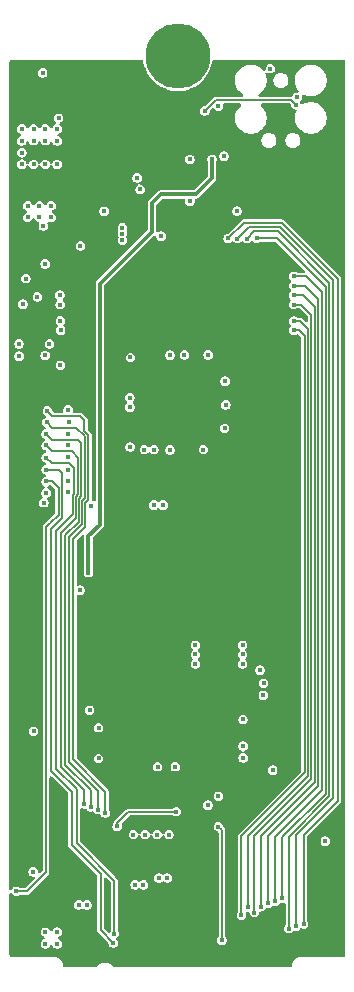
<source format=gbr>
%TF.GenerationSoftware,KiCad,Pcbnew,9.0.2*%
%TF.CreationDate,2026-02-15T00:41:27+01:00*%
%TF.ProjectId,BladeCore-M54,426c6164-6543-46f7-9265-2d4d35342e6b,rev?*%
%TF.SameCoordinates,Original*%
%TF.FileFunction,Copper,L3,Inr*%
%TF.FilePolarity,Positive*%
%FSLAX46Y46*%
G04 Gerber Fmt 4.6, Leading zero omitted, Abs format (unit mm)*
G04 Created by KiCad (PCBNEW 9.0.2) date 2026-02-15 00:41:27*
%MOMM*%
%LPD*%
G01*
G04 APERTURE LIST*
%TA.AperFunction,ComponentPad*%
%ADD10C,0.600000*%
%TD*%
%TA.AperFunction,ComponentPad*%
%ADD11C,5.500000*%
%TD*%
%TA.AperFunction,HeatsinkPad*%
%ADD12C,0.425000*%
%TD*%
%TA.AperFunction,ViaPad*%
%ADD13C,0.450000*%
%TD*%
%TA.AperFunction,ViaPad*%
%ADD14C,0.400000*%
%TD*%
%TA.AperFunction,Conductor*%
%ADD15C,0.174000*%
%TD*%
%TA.AperFunction,Conductor*%
%ADD16C,0.300000*%
%TD*%
%TA.AperFunction,Conductor*%
%ADD17C,0.150000*%
%TD*%
G04 APERTURE END LIST*
D10*
%TO.N,GND*%
%TO.C,IC7*%
X5890000Y68620000D03*
X7610000Y68620000D03*
X6750000Y69100000D03*
X5890000Y69580000D03*
X7610000Y69580000D03*
%TD*%
D11*
%TO.N,N/C*%
%TO.C,J1*%
X14721447Y80765000D03*
%TD*%
D12*
%TO.N,GND*%
%TO.C,IC1*%
X15529212Y50595788D03*
X15529212Y51445788D03*
X15529212Y52295788D03*
X14679212Y50595788D03*
X14679212Y51445788D03*
X14679212Y52295788D03*
X13829212Y50595788D03*
X13829212Y51445788D03*
X13829212Y52295788D03*
%TD*%
D13*
%TO.N,USB_RP_D-*%
X12676013Y42759449D03*
%TO.N,USB_RP_D+*%
X13484743Y42748112D03*
D14*
%TO.N,GND*%
X7500000Y64725000D03*
X16000000Y23100000D03*
X9150000Y58100000D03*
X22000000Y23600000D03*
X18410000Y4640000D03*
X5200000Y12375000D03*
X17375000Y67650000D03*
X8700000Y7200000D03*
X19750000Y32350000D03*
X10832300Y11175305D03*
X14450000Y33700000D03*
X13850000Y41550000D03*
X26275000Y70600000D03*
X17250000Y16350000D03*
X3650000Y57400000D03*
X21000000Y19100000D03*
X15350000Y31075000D03*
X14139098Y4610031D03*
X6750000Y62900000D03*
X26000000Y7100000D03*
X27200000Y10500000D03*
X6000000Y78500000D03*
X17750000Y34600000D03*
X12000000Y20600000D03*
X17000000Y14100000D03*
X12600000Y72150000D03*
X18000000Y19100000D03*
X16875000Y75275000D03*
X12325000Y55250000D03*
X8400000Y20500000D03*
X26250000Y69300000D03*
X26350000Y66400000D03*
X12475000Y64200000D03*
X14000000Y25100000D03*
X28000000Y5100000D03*
X8850000Y78550000D03*
X20600000Y58600000D03*
X3300000Y10100000D03*
X9700000Y62000000D03*
X6925000Y21100000D03*
X23200000Y31350000D03*
X8100000Y28200000D03*
X4050000Y64700000D03*
X23725000Y68675000D03*
X21420000Y4640000D03*
X1800000Y5225000D03*
X17325000Y66425000D03*
X10134212Y45020788D03*
X14480000Y70270000D03*
X9250000Y19600000D03*
X21750000Y70350000D03*
X17600000Y28150000D03*
X16000000Y25100000D03*
X12100000Y11175000D03*
X26000000Y5100000D03*
X18750000Y32350000D03*
X16175000Y4650000D03*
X26275000Y69975000D03*
X17758697Y33528588D03*
X4134800Y42925000D03*
X5000000Y14100000D03*
X21750000Y67450000D03*
X21425000Y36700000D03*
X1100000Y6000000D03*
X12600000Y70250000D03*
X21980000Y24600000D03*
X7000000Y23850000D03*
X16175000Y61025000D03*
X8100000Y5625000D03*
X8000000Y38000000D03*
X14700000Y67450000D03*
X5262500Y73787500D03*
X17625000Y48525000D03*
X16750000Y23600000D03*
X16500000Y15850000D03*
X2050000Y75450000D03*
X18750000Y34600000D03*
X11650000Y52575000D03*
X16200000Y67450000D03*
X18025000Y68275000D03*
X17450000Y78350000D03*
X17750000Y32350000D03*
X12200000Y37700000D03*
X12825000Y10625000D03*
X3300000Y9050000D03*
X8925000Y38925000D03*
X23400000Y72875000D03*
X11000000Y20700000D03*
X22000000Y25600000D03*
X8100000Y34850000D03*
X28000000Y7100000D03*
X15800000Y14920000D03*
X11651527Y50326527D03*
X23725000Y69975000D03*
X1075000Y7000000D03*
X15000000Y12100000D03*
X17950000Y69325000D03*
X8500000Y72550000D03*
X18758697Y33528588D03*
X12000000Y25100000D03*
X23725000Y69325000D03*
X24900000Y67950000D03*
X10675000Y49250000D03*
X23725000Y70600000D03*
X16750000Y22100000D03*
X3700000Y54200000D03*
X3750000Y52150000D03*
X15300000Y53900000D03*
X17150000Y42300000D03*
X16550000Y54475000D03*
X18758697Y35697756D03*
X7850000Y6275000D03*
X5575000Y5525000D03*
X5900000Y77125000D03*
X5550000Y79700000D03*
X23925000Y4650000D03*
X11550000Y48225000D03*
X9425000Y4925000D03*
X17758697Y35697756D03*
X6375000Y23100000D03*
X17100000Y51275000D03*
X8225000Y65400000D03*
X8675000Y73875000D03*
X9096800Y15052936D03*
X27200000Y8100000D03*
X9150000Y31050000D03*
X21980000Y22350000D03*
X4750000Y18100000D03*
X6700000Y28800000D03*
X27250000Y72150000D03*
X21980000Y21350000D03*
X12350000Y30750000D03*
X11050000Y40400000D03*
X12776527Y49201527D03*
X16050000Y70260000D03*
X14100000Y49178200D03*
X26000000Y7100000D03*
X9650000Y75250000D03*
X19750000Y34600000D03*
X14000000Y23100000D03*
X19758697Y35697756D03*
X14075000Y53900000D03*
X19758697Y33528588D03*
X12000000Y23100000D03*
X26250000Y68675000D03*
X18850000Y28150000D03*
X11500000Y43000000D03*
X15500000Y20600000D03*
X17100000Y53250000D03*
X15190000Y14300000D03*
X11550000Y36200000D03*
X5075000Y64700000D03*
X16750000Y21100000D03*
X17600000Y74775000D03*
X14425000Y30575000D03*
X20325000Y69325000D03*
X6400000Y22125000D03*
X16562573Y49190627D03*
X8475000Y71000000D03*
X3350000Y65450000D03*
X18025000Y67000000D03*
X9850000Y28200000D03*
X9036626Y71810000D03*
X13975000Y65025000D03*
%TO.N,+5V*%
X4000000Y68100000D03*
X8475000Y67625000D03*
X3000000Y68100000D03*
X3000000Y67100000D03*
X3325000Y66375000D03*
X4000000Y67100000D03*
X2000000Y68100000D03*
X2000000Y67100000D03*
X2500000Y23600000D03*
%TO.N,+3.3V*%
X8000000Y21300000D03*
X3500000Y74600000D03*
X2500000Y73600000D03*
X8000000Y23900000D03*
X15740000Y68470000D03*
X10679212Y47670788D03*
X1500000Y74600000D03*
X16200000Y30900000D03*
X18729212Y53245788D03*
X10704212Y55245788D03*
X18625000Y72300000D03*
X3500000Y73600000D03*
X2500000Y74600000D03*
X17279212Y55470788D03*
X3500000Y71600000D03*
X3375000Y42950000D03*
X7250000Y25375000D03*
X15730000Y72020000D03*
X22550000Y79700000D03*
X7394192Y42703494D03*
X10654212Y51845788D03*
X18679212Y49245788D03*
X11879212Y47445788D03*
X3480331Y63180331D03*
X1500000Y72600000D03*
X4497224Y73585855D03*
X16200000Y30100000D03*
X14054212Y47420788D03*
X2500000Y71600000D03*
X19725000Y67650000D03*
X1850000Y61925000D03*
X4500000Y71600000D03*
X16879212Y47445788D03*
X1500000Y71600000D03*
X21675000Y28775000D03*
X4625000Y75525000D03*
X6475000Y64700000D03*
X16200000Y29300000D03*
X15279212Y55470788D03*
X1500000Y73600000D03*
X4500000Y74600000D03*
%TO.N,/Block Diagram/Microcontroller Peripherals/VREF_IN*%
X7150000Y37025000D03*
X17610000Y72025000D03*
%TO.N,+1V1*%
X12679212Y47445788D03*
X14054212Y55445788D03*
X18779212Y51245788D03*
X10654212Y51045788D03*
%TO.N,/Block Diagram/Ethernet Interface/RDN_R_N*%
X12970000Y14850000D03*
%TO.N,/Block Diagram/Ethernet Interface/RDN_R_P*%
X13970000Y14850000D03*
%TO.N,+3.3VP*%
X20250000Y21350000D03*
X20230000Y24600000D03*
X14500000Y20600000D03*
X20200000Y30100000D03*
X20250000Y22350000D03*
X13000000Y20600000D03*
X20200000Y30900000D03*
X18150000Y18100000D03*
X20200000Y29300000D03*
X17250000Y17350000D03*
%TO.N,VBUS*%
X4500000Y5600000D03*
X3275000Y79350000D03*
X3500000Y5600000D03*
X2475000Y11700000D03*
X3500000Y6600000D03*
X4500000Y6600000D03*
%TO.N,/Block Diagram/Microcontroller/ADC_VUSB*%
X1050000Y10050000D03*
X3575000Y44750000D03*
%TO.N,/Block Diagram/Microcontroller Peripherals/I2C0_SCL*%
X4800000Y57550000D03*
X11525000Y69475000D03*
%TO.N,/Block Diagram/Microcontroller Peripherals/I2C0_SDA*%
X4775000Y58350000D03*
X11275000Y70450000D03*
%TO.N,HEARTBEAT*%
X13300000Y65525000D03*
X4775000Y54600000D03*
%TO.N,QSPI_SS*%
X22750000Y20300000D03*
X27200000Y14300000D03*
%TO.N,/Block Diagram/Microcontroller Peripherals/SWCLK*%
X17000000Y76125000D03*
X24708349Y76658253D03*
%TO.N,/Block Diagram/Microcontroller Peripherals/SWDIO*%
X18150000Y76525000D03*
X24825000Y77275000D03*
%TO.N,/Block Diagram/Ethernet Interface/ETH_INT*%
X1275000Y55350000D03*
X3475000Y55425000D03*
%TO.N,/Block Diagram/Ethernet Interface/ETH_RST*%
X1268533Y56400000D03*
X3850000Y56400000D03*
%TO.N,/Block Diagram/Microcontroller/ADC1*%
X3625000Y49750000D03*
X7950000Y16975000D03*
%TO.N,/Block Diagram/Microcontroller/ADC2*%
X3575000Y48775000D03*
X7350000Y17200000D03*
%TO.N,/Block Diagram/Microcontroller/ADC3*%
X6800000Y17450000D03*
X3575000Y47800000D03*
%TO.N,/Block Diagram/Microcontroller/ADC4*%
X3550000Y46775000D03*
X9350000Y6475000D03*
%TO.N,/Block Diagram/Microcontroller/ADC5*%
X9250000Y5675000D03*
X3575000Y45750000D03*
%TO.N,/Block Diagram/Microcontroller Peripherals/ADC_VREF*%
X3575000Y43775000D03*
X6430000Y35550000D03*
%TO.N,/Block Diagram/Microcontroller/GPIO18*%
X20100000Y8025000D03*
X24540000Y57550000D03*
%TO.N,/Block Diagram/Microcontroller/GPIO19*%
X24530000Y58330000D03*
X20625000Y8700000D03*
%TO.N,/Block Diagram/Microcontroller/GPIO22*%
X22375000Y9025000D03*
X24530000Y61330000D03*
%TO.N,/Block Diagram/Microcontroller/GPIO23*%
X22950000Y9200000D03*
X24520000Y62120000D03*
%TO.N,/Block Diagram/Microcontroller/GPIO20*%
X21200000Y8247545D03*
X24520000Y59730000D03*
%TO.N,/Block Diagram/Microcontroller/GPIO21*%
X21750000Y8750000D03*
X24510000Y60520000D03*
%TO.N,/Block Diagram/Microcontroller/GPIO27*%
X25360000Y7275000D03*
X18970000Y65330000D03*
%TO.N,/Block Diagram/Microcontroller/GPIO25*%
X20554212Y65320788D03*
X24120000Y6900000D03*
%TO.N,/Block Diagram/Microcontroller/GPIO24*%
X21380000Y65330000D03*
X23525000Y9450000D03*
%TO.N,/Block Diagram/Microcontroller/GPIO26*%
X24710000Y7100000D03*
X19760000Y65310000D03*
%TO.N,/Block Diagram/Microcontroller/ADC0*%
X3675000Y50725000D03*
X8575000Y16700000D03*
%TO.N,/Block Diagram/Ethernet Interface/TDN_R_P*%
X11960000Y14850000D03*
%TO.N,/Block Diagram/Ethernet Interface/TDN_R_N*%
X10950000Y14850000D03*
%TO.N,Net-(IC1B-GPIO40{slash}ADC0)*%
X5425728Y50817350D03*
%TO.N,Net-(IC1B-GPIO41{slash}ADC1)*%
X5465409Y49791321D03*
%TO.N,Net-(IC1B-GPIO42{slash}ADC2)*%
X5448403Y48793636D03*
%TO.N,Net-(IC1B-GPIO43{slash}ADC3)*%
X5414391Y47807288D03*
%TO.N,Net-(IC1B-GPIO44{slash}ADC4)*%
X5397385Y46798265D03*
%TO.N,Net-(IC1B-GPIO45{slash}ADC5)*%
X5397385Y45732555D03*
%TO.N,Net-(IC1B-GPIO46{slash}ADC6)*%
X5454072Y44774550D03*
%TO.N,Net-(IC1B-GPIO47{slash}ADC7)*%
X5442734Y43884569D03*
%TO.N,USB_RP_D+*%
X7025000Y8900000D03*
%TO.N,USB_RP_D-*%
X6325000Y8900000D03*
%TO.N,/Block Diagram/Ethernet Interface/SPI1_MOSI*%
X1598472Y59769841D03*
X4750000Y59725000D03*
%TO.N,/Block Diagram/Ethernet Interface/SPI1_SCLK*%
X2825000Y60375000D03*
X4725000Y60525000D03*
%TO.N,/Block Diagram/TD_P*%
X11805000Y10600000D03*
%TO.N,/Block Diagram/RCT*%
X9575000Y15550000D03*
X14600000Y16800000D03*
%TO.N,/Block Diagram/TD_N*%
X11105000Y10600000D03*
%TO.N,/Block Diagram/RD_P*%
X13815000Y11175000D03*
%TO.N,/Block Diagram/TCT*%
X18150000Y15525000D03*
X18446800Y5900000D03*
%TO.N,/Block Diagram/LINK_LED*%
X21950000Y26650000D03*
%TO.N,/Block Diagram/ACT_LED*%
X21975000Y27675000D03*
%TO.N,Net-(JP1-C)*%
X10025000Y65725000D03*
X10025000Y66250000D03*
X10025000Y65175000D03*
%TO.N,/Block Diagram/RD_N*%
X13115000Y11175000D03*
%TD*%
D15*
%TO.N,/Block Diagram/Microcontroller/ADC0*%
X5850000Y21225000D02*
X8575000Y18500000D01*
X5850000Y39875000D02*
X5850000Y21225000D01*
X6887000Y40912000D02*
X5850000Y39875000D01*
X6887000Y42937000D02*
X6887000Y40912000D01*
X7150000Y43200000D02*
X6887000Y42937000D01*
X7150000Y48650000D02*
X7150000Y43200000D01*
X6800000Y49000000D02*
X7150000Y48650000D01*
X6798999Y49006614D02*
X6800000Y49005613D01*
X6800000Y49005613D02*
X6800000Y49000000D01*
X6798999Y49369466D02*
X6798999Y49006614D01*
X6800000Y49370467D02*
X6798999Y49369466D01*
X6800000Y49925000D02*
X6800000Y49370467D01*
X4104167Y50295833D02*
X6429167Y50295833D01*
X8575000Y18500000D02*
X8575000Y16700000D01*
X3675000Y50725000D02*
X4104167Y50295833D01*
X6429167Y50295833D02*
X6800000Y49925000D01*
%TO.N,/Block Diagram/Microcontroller/ADC5*%
X4675000Y45750000D02*
X3575000Y45750000D01*
X4950000Y45475000D02*
X4675000Y45750000D01*
X3975000Y20250000D02*
X3975000Y40700000D01*
X4950000Y41675000D02*
X4950000Y45475000D01*
X5725000Y13950000D02*
X5725000Y18500000D01*
X3975000Y40700000D02*
X4950000Y41675000D01*
X8175000Y11500000D02*
X5725000Y13950000D01*
X5725000Y18500000D02*
X3975000Y20250000D01*
X8175000Y6750000D02*
X8175000Y11500000D01*
X9250000Y5675000D02*
X8175000Y6750000D01*
D16*
%TO.N,/Block Diagram/Microcontroller Peripherals/VREF_IN*%
X8100000Y41100000D02*
X8100000Y61475000D01*
X13250000Y69050000D02*
X16225000Y69050000D01*
X12525000Y68325000D02*
X13250000Y69050000D01*
X8100000Y61475000D02*
X12525000Y65900000D01*
X7150000Y40150000D02*
X8100000Y41100000D01*
X16225000Y69050000D02*
X17610000Y70435000D01*
X12525000Y65900000D02*
X12525000Y68325000D01*
X17610000Y70435000D02*
X17610000Y72025000D01*
X7150000Y37025000D02*
X7150000Y40150000D01*
D15*
%TO.N,/Block Diagram/Microcontroller/ADC_VUSB*%
X1950000Y10050000D02*
X1050000Y10050000D01*
X3550000Y39850000D02*
X3550000Y11650000D01*
X4450000Y44400000D02*
X4625000Y44225000D01*
X4625000Y41950000D02*
X3875000Y41200000D01*
X3550000Y40875000D02*
X3550000Y39850000D01*
X3875000Y41200000D02*
X3550000Y40875000D01*
X2650000Y10750000D02*
X1950000Y10050000D01*
X3550000Y11650000D02*
X2650000Y10750000D01*
X4625000Y44225000D02*
X4625000Y43550000D01*
X4625000Y43550000D02*
X4625000Y41950000D01*
X3575000Y44750000D02*
X4100000Y44750000D01*
X4100000Y44750000D02*
X4450000Y44400000D01*
D17*
%TO.N,/Block Diagram/Microcontroller Peripherals/SWCLK*%
X17000000Y76125000D02*
X17922450Y77047450D01*
X17922450Y77047450D02*
X24319152Y77047450D01*
X24319152Y77047450D02*
X24708349Y76658253D01*
D15*
%TO.N,/Block Diagram/Microcontroller/ADC1*%
X6622000Y41122000D02*
X6622000Y43122000D01*
X5525000Y20975234D02*
X5525000Y40025000D01*
X6622000Y43122000D02*
X6850000Y43350000D01*
X7950000Y18550234D02*
X5525000Y20975234D01*
X6850000Y48575000D02*
X6125000Y49300000D01*
X5525000Y40025000D02*
X6622000Y41122000D01*
X6850000Y43350000D02*
X6850000Y48575000D01*
X4075000Y49300000D02*
X3625000Y49750000D01*
X6125000Y49300000D02*
X4075000Y49300000D01*
X7950000Y16975000D02*
X7950000Y18550234D01*
%TO.N,/Block Diagram/Microcontroller/ADC2*%
X6357000Y43303979D02*
X6357000Y41357000D01*
X6550000Y43496979D02*
X6357000Y43303979D01*
X4050000Y48300000D02*
X6275000Y48300000D01*
X5200000Y20775000D02*
X7350000Y18625000D01*
X3575000Y48775000D02*
X4050000Y48300000D01*
X6550000Y48025000D02*
X6550000Y43496979D01*
X7350000Y18625000D02*
X7350000Y17200000D01*
X6357000Y41357000D02*
X5200000Y40200000D01*
X6275000Y48300000D02*
X6550000Y48025000D01*
X5200000Y40200000D02*
X5200000Y20775000D01*
%TO.N,/Block Diagram/Microcontroller/ADC3*%
X6285000Y43653724D02*
X6285000Y46740000D01*
X6800000Y18600000D02*
X4825000Y20575000D01*
X4075000Y47300000D02*
X3575000Y47800000D01*
X6800000Y17450000D02*
X6800000Y18600000D01*
X6092000Y43460725D02*
X6285000Y43653724D01*
X6285000Y46740000D02*
X5725000Y47300000D01*
X5725000Y47300000D02*
X4075000Y47300000D01*
X4825000Y40400000D02*
X6092000Y41667000D01*
X4825000Y20575000D02*
X4825000Y40400000D01*
X6092000Y41667000D02*
X6092000Y43460725D01*
%TO.N,/Block Diagram/Microcontroller/ADC4*%
X4425000Y20400000D02*
X6150000Y18675000D01*
X6150000Y18675000D02*
X6150000Y14100000D01*
X6150000Y14100000D02*
X9350000Y10900000D01*
X5827000Y43570492D02*
X5827000Y41977000D01*
X5525000Y46300000D02*
X5950000Y45875000D01*
X9350000Y10900000D02*
X9350000Y6475000D01*
X5950000Y43693492D02*
X5827000Y43570492D01*
X4025000Y46300000D02*
X5525000Y46300000D01*
X5827000Y41977000D02*
X4425000Y40575000D01*
X3550000Y46775000D02*
X4025000Y46300000D01*
X4425000Y40575000D02*
X4425000Y20400000D01*
X5950000Y45875000D02*
X5950000Y43693492D01*
D17*
%TO.N,/Block Diagram/Microcontroller/GPIO18*%
X24970000Y57550000D02*
X25460000Y57060000D01*
X25460000Y57060000D02*
X25460000Y20110000D01*
X25460000Y20110000D02*
X20100000Y14750000D01*
X20100000Y14750000D02*
X20100000Y8025000D01*
X24540000Y57550000D02*
X24970000Y57550000D01*
%TO.N,/Block Diagram/Microcontroller/GPIO19*%
X20625000Y8700000D02*
X20625000Y14715000D01*
X25730000Y19820000D02*
X25730000Y57660000D01*
X25060000Y58330000D02*
X24530000Y58330000D01*
X20625000Y14715000D02*
X25730000Y19820000D01*
X25730000Y57660000D02*
X25060000Y58330000D01*
%TO.N,/Block Diagram/Microcontroller/GPIO22*%
X26610000Y60220000D02*
X26610000Y18960000D01*
X22375000Y14725000D02*
X22375000Y9025000D01*
X25500000Y61330000D02*
X26610000Y60220000D01*
X24530000Y61330000D02*
X25500000Y61330000D01*
X26610000Y18960000D02*
X22375000Y14725000D01*
%TO.N,/Block Diagram/Microcontroller/GPIO23*%
X22950000Y9200000D02*
X22950000Y14640000D01*
X26920000Y18610000D02*
X26920000Y60780000D01*
X26920000Y60780000D02*
X25580000Y62120000D01*
X22950000Y14640000D02*
X26920000Y18610000D01*
X25580000Y62120000D02*
X24520000Y62120000D01*
%TO.N,/Block Diagram/Microcontroller/GPIO20*%
X25180000Y59730000D02*
X24520000Y59730000D01*
X21200000Y8247545D02*
X21200000Y14730000D01*
X21200000Y14730000D02*
X26030000Y19560000D01*
X26030000Y58880000D02*
X25180000Y59730000D01*
X26030000Y19560000D02*
X26030000Y58880000D01*
%TO.N,/Block Diagram/Microcontroller/GPIO21*%
X25350000Y60520000D02*
X24510000Y60520000D01*
X21750000Y14720000D02*
X26320000Y19290000D01*
X26320000Y19290000D02*
X26320000Y59550000D01*
X26320000Y59550000D02*
X25350000Y60520000D01*
X21750000Y8750000D02*
X21750000Y14720000D01*
%TO.N,/Block Diagram/Microcontroller/GPIO27*%
X25360000Y14810000D02*
X28280000Y17730000D01*
X20300000Y66660000D02*
X18970000Y65330000D01*
X28280000Y17730000D02*
X28280000Y61910000D01*
X23530000Y66660000D02*
X20300000Y66660000D01*
X28280000Y61910000D02*
X23530000Y66660000D01*
X25360000Y7275000D02*
X25360000Y14810000D01*
%TO.N,/Block Diagram/Microcontroller/GPIO25*%
X21183424Y65950000D02*
X20554212Y65320788D01*
X24120000Y14690000D02*
X27550000Y18120000D01*
X23190000Y65950000D02*
X21183424Y65950000D01*
X24120000Y6900000D02*
X24120000Y14690000D01*
X27550000Y18120000D02*
X27550000Y61590000D01*
X27550000Y61590000D02*
X23190000Y65950000D01*
%TO.N,/Block Diagram/Microcontroller/GPIO24*%
X23100000Y65330000D02*
X27220000Y61210000D01*
X23525000Y14635000D02*
X23525000Y9450000D01*
X27220000Y18330000D02*
X23525000Y14635000D01*
X27220000Y61210000D02*
X27220000Y18330000D01*
X21380000Y65330000D02*
X23100000Y65330000D01*
%TO.N,/Block Diagram/Microcontroller/GPIO26*%
X24710000Y7100000D02*
X24710000Y14790000D01*
X20730000Y66280000D02*
X19760000Y65310000D01*
X27880000Y17960000D02*
X27880000Y61790000D01*
X24710000Y14790000D02*
X27880000Y17960000D01*
X27880000Y61790000D02*
X23390000Y66280000D01*
X23390000Y66280000D02*
X20730000Y66280000D01*
%TO.N,/Block Diagram/RCT*%
X9575000Y15825000D02*
X9575000Y15550000D01*
X10500000Y16750000D02*
X9575000Y15825000D01*
X14600000Y16800000D02*
X14550000Y16750000D01*
X14550000Y16750000D02*
X10500000Y16750000D01*
%TO.N,/Block Diagram/TCT*%
X18446800Y5900000D02*
X18446800Y15228200D01*
X18446800Y15228200D02*
X18150000Y15525000D01*
%TD*%
%TA.AperFunction,Conductor*%
%TO.N,GND*%
G36*
X11675681Y80448946D02*
G01*
X11677587Y80449442D01*
X11709064Y80439144D01*
X11740832Y80429815D01*
X11742120Y80428328D01*
X11743993Y80427715D01*
X11764915Y80402022D01*
X11786587Y80377011D01*
X11787260Y80374581D01*
X11788111Y80373536D01*
X11797013Y80339383D01*
X11804889Y80269471D01*
X11804892Y80269454D01*
X11878712Y79946024D01*
X11878716Y79946012D01*
X11988285Y79632884D01*
X12132224Y79333991D01*
X12167845Y79277301D01*
X12308729Y79053085D01*
X12515574Y78793711D01*
X12750158Y78559127D01*
X13009532Y78352282D01*
X13290435Y78175779D01*
X13589334Y78031837D01*
X13824508Y77949546D01*
X13902458Y77922270D01*
X13902470Y77922266D01*
X14225904Y77848445D01*
X14555567Y77811301D01*
X14555568Y77811300D01*
X14555571Y77811300D01*
X14887326Y77811300D01*
X14887326Y77811301D01*
X15216990Y77848445D01*
X15540424Y77922266D01*
X15853560Y78031837D01*
X16152459Y78175779D01*
X16433362Y78352282D01*
X16692736Y78559127D01*
X16927320Y78793711D01*
X17134165Y79053085D01*
X17310668Y79333988D01*
X17454610Y79632887D01*
X17564181Y79946023D01*
X17638002Y80269457D01*
X17640268Y80289562D01*
X17645881Y80339383D01*
X17672947Y80403797D01*
X17730542Y80443352D01*
X17769101Y80449500D01*
X28652405Y80449500D01*
X28690244Y80449500D01*
X28709630Y80447975D01*
X28742253Y80442808D01*
X28779144Y80430822D01*
X28799765Y80420315D01*
X28831151Y80397511D01*
X28847510Y80381152D01*
X28870314Y80349766D01*
X28880820Y80329147D01*
X28892808Y80292252D01*
X28897973Y80259641D01*
X28899500Y80240245D01*
X28899500Y4709756D01*
X28897973Y4690360D01*
X28897973Y4690356D01*
X28892808Y4657749D01*
X28880820Y4620854D01*
X28870314Y4600235D01*
X28847510Y4568849D01*
X28831151Y4552490D01*
X28799765Y4529686D01*
X28779146Y4519180D01*
X28742251Y4507192D01*
X28729663Y4505199D01*
X28709638Y4502027D01*
X28690244Y4500500D01*
X25071155Y4500500D01*
X24916510Y4469739D01*
X24916498Y4469736D01*
X24770827Y4409398D01*
X24770814Y4409391D01*
X24639711Y4321790D01*
X24639707Y4321787D01*
X24528213Y4210293D01*
X24528210Y4210289D01*
X24440609Y4079186D01*
X24440602Y4079173D01*
X24380264Y3933502D01*
X24380261Y3933490D01*
X24349500Y3778847D01*
X24349500Y3724000D01*
X24329815Y3656961D01*
X24277011Y3611206D01*
X24225500Y3600000D01*
X9365212Y3600000D01*
X9298173Y3619685D01*
X9262109Y3655110D01*
X9260872Y3656961D01*
X9249464Y3674035D01*
X9249462Y3674038D01*
X9124038Y3799462D01*
X9124034Y3799465D01*
X8976553Y3898010D01*
X8976540Y3898017D01*
X8812667Y3965894D01*
X8812658Y3965897D01*
X8638694Y4000500D01*
X8638691Y4000500D01*
X8597595Y4000500D01*
X8550000Y4000500D01*
X8461309Y4000500D01*
X8461306Y4000500D01*
X8287341Y3965897D01*
X8287332Y3965894D01*
X8123459Y3898017D01*
X8123446Y3898010D01*
X7975965Y3799465D01*
X7975961Y3799462D01*
X7850537Y3674038D01*
X7841271Y3660171D01*
X7839128Y3656961D01*
X7837891Y3655110D01*
X7784279Y3610305D01*
X7734788Y3600000D01*
X5124500Y3600000D01*
X5057461Y3619685D01*
X5011706Y3672489D01*
X5000500Y3724000D01*
X5000500Y3778845D01*
X5000499Y3778847D01*
X4996398Y3799465D01*
X4969737Y3933497D01*
X4909795Y4078211D01*
X4909397Y4079173D01*
X4909390Y4079186D01*
X4821789Y4210289D01*
X4821786Y4210293D01*
X4710292Y4321787D01*
X4710288Y4321790D01*
X4579185Y4409391D01*
X4579172Y4409398D01*
X4433501Y4469736D01*
X4433489Y4469739D01*
X4278845Y4500500D01*
X4278842Y4500500D01*
X4239562Y4500500D01*
X659756Y4500500D01*
X640360Y4502027D01*
X624110Y4504601D01*
X607749Y4507192D01*
X570853Y4519180D01*
X550234Y4529686D01*
X518848Y4552490D01*
X502489Y4568849D01*
X479685Y4600235D01*
X469179Y4620854D01*
X457192Y4657747D01*
X452025Y4690370D01*
X450500Y4709756D01*
X450500Y6653148D01*
X3096300Y6653148D01*
X3096300Y6546852D01*
X3123811Y6444177D01*
X3176959Y6352122D01*
X3252122Y6276959D01*
X3344177Y6223811D01*
X3359243Y6219775D01*
X3418903Y6183410D01*
X3449432Y6120563D01*
X3441137Y6051188D01*
X3396652Y5997310D01*
X3359244Y5980227D01*
X3344177Y5976189D01*
X3344175Y5976188D01*
X3344174Y5976188D01*
X3252125Y5923043D01*
X3252119Y5923039D01*
X3176961Y5847881D01*
X3176957Y5847875D01*
X3123812Y5755826D01*
X3123812Y5755825D01*
X3123811Y5755823D01*
X3096300Y5653148D01*
X3096300Y5546852D01*
X3123811Y5444177D01*
X3176959Y5352122D01*
X3252122Y5276959D01*
X3344177Y5223811D01*
X3446852Y5196300D01*
X3446854Y5196300D01*
X3553146Y5196300D01*
X3553148Y5196300D01*
X3655823Y5223811D01*
X3747878Y5276959D01*
X3823041Y5352122D01*
X3876189Y5444177D01*
X3880225Y5459244D01*
X3916589Y5518903D01*
X3979435Y5549433D01*
X4048811Y5541139D01*
X4102690Y5496654D01*
X4119773Y5459245D01*
X4123811Y5444177D01*
X4176959Y5352122D01*
X4252122Y5276959D01*
X4344177Y5223811D01*
X4446852Y5196300D01*
X4446854Y5196300D01*
X4553146Y5196300D01*
X4553148Y5196300D01*
X4655823Y5223811D01*
X4747878Y5276959D01*
X4823041Y5352122D01*
X4876189Y5444177D01*
X4903700Y5546852D01*
X4903700Y5653148D01*
X4876189Y5755823D01*
X4823041Y5847878D01*
X4747878Y5923041D01*
X4655823Y5976189D01*
X4640756Y5980226D01*
X4581097Y6016589D01*
X4550567Y6079435D01*
X4558861Y6148811D01*
X4603346Y6202690D01*
X4640755Y6219774D01*
X4655823Y6223811D01*
X4747878Y6276959D01*
X4823041Y6352122D01*
X4876189Y6444177D01*
X4903700Y6546852D01*
X4903700Y6653148D01*
X4876189Y6755823D01*
X4823041Y6847878D01*
X4747878Y6923041D01*
X4686508Y6958473D01*
X4655825Y6976188D01*
X4655824Y6976189D01*
X4655823Y6976189D01*
X4553148Y7003700D01*
X4446852Y7003700D01*
X4344177Y6976189D01*
X4344175Y6976188D01*
X4344174Y6976188D01*
X4252125Y6923043D01*
X4252119Y6923039D01*
X4176961Y6847881D01*
X4176957Y6847875D01*
X4123812Y6755826D01*
X4123812Y6755825D01*
X4123811Y6755823D01*
X4119774Y6740757D01*
X4083410Y6681097D01*
X4020563Y6650568D01*
X3951188Y6658863D01*
X3897310Y6703348D01*
X3880226Y6740756D01*
X3876189Y6755823D01*
X3823041Y6847878D01*
X3747878Y6923041D01*
X3686508Y6958473D01*
X3655825Y6976188D01*
X3655824Y6976189D01*
X3655823Y6976189D01*
X3553148Y7003700D01*
X3446852Y7003700D01*
X3344177Y6976189D01*
X3344175Y6976188D01*
X3344174Y6976188D01*
X3252125Y6923043D01*
X3252119Y6923039D01*
X3176961Y6847881D01*
X3176957Y6847875D01*
X3123812Y6755826D01*
X3123812Y6755825D01*
X3123811Y6755823D01*
X3096300Y6653148D01*
X450500Y6653148D01*
X450500Y8953148D01*
X5921300Y8953148D01*
X5921300Y8846852D01*
X5948811Y8744177D01*
X6001959Y8652122D01*
X6077122Y8576959D01*
X6169177Y8523811D01*
X6271852Y8496300D01*
X6271854Y8496300D01*
X6378146Y8496300D01*
X6378148Y8496300D01*
X6480823Y8523811D01*
X6572878Y8576959D01*
X6587319Y8591400D01*
X6648642Y8624885D01*
X6718334Y8619901D01*
X6762681Y8591400D01*
X6777122Y8576959D01*
X6869177Y8523811D01*
X6971852Y8496300D01*
X6971854Y8496300D01*
X7078146Y8496300D01*
X7078148Y8496300D01*
X7180823Y8523811D01*
X7272878Y8576959D01*
X7348041Y8652122D01*
X7401189Y8744177D01*
X7428700Y8846852D01*
X7428700Y8953148D01*
X7401189Y9055823D01*
X7348041Y9147878D01*
X7272878Y9223041D01*
X7180823Y9276189D01*
X7078148Y9303700D01*
X6971852Y9303700D01*
X6869177Y9276189D01*
X6869175Y9276188D01*
X6869174Y9276188D01*
X6777125Y9223043D01*
X6777119Y9223039D01*
X6762681Y9208600D01*
X6701358Y9175115D01*
X6631666Y9180099D01*
X6587319Y9208600D01*
X6572880Y9223039D01*
X6572878Y9223041D01*
X6480823Y9276189D01*
X6378148Y9303700D01*
X6271852Y9303700D01*
X6169177Y9276189D01*
X6169175Y9276188D01*
X6169174Y9276188D01*
X6077125Y9223043D01*
X6077119Y9223039D01*
X6001961Y9147881D01*
X6001957Y9147875D01*
X5948812Y9055826D01*
X5948812Y9055825D01*
X5948811Y9055823D01*
X5921300Y8953148D01*
X450500Y8953148D01*
X450500Y9818189D01*
X470185Y9885228D01*
X522989Y9930983D01*
X592147Y9940927D01*
X655703Y9911902D01*
X681886Y9880190D01*
X726959Y9802122D01*
X802122Y9726959D01*
X894177Y9673811D01*
X996852Y9646300D01*
X996854Y9646300D01*
X1103146Y9646300D01*
X1103148Y9646300D01*
X1205823Y9673811D01*
X1297878Y9726959D01*
X1297886Y9726968D01*
X1304324Y9731906D01*
X1306072Y9729628D01*
X1355223Y9756466D01*
X1381581Y9759300D01*
X1988268Y9759300D01*
X1988271Y9759300D01*
X2062206Y9779111D01*
X2128494Y9817382D01*
X2882617Y10571505D01*
X2882617Y10571506D01*
X3718284Y11407175D01*
X3718289Y11407178D01*
X3728492Y11417382D01*
X3728494Y11417382D01*
X3782618Y11471506D01*
X3820889Y11537794D01*
X3840700Y11611729D01*
X3840700Y19673826D01*
X3860385Y19740865D01*
X3913189Y19786620D01*
X3982347Y19796564D01*
X4045903Y19767539D01*
X4052381Y19761507D01*
X5397981Y18415907D01*
X5431466Y18354584D01*
X5434300Y18328226D01*
X5434300Y13988271D01*
X5434300Y13911729D01*
X5454111Y13837794D01*
X5492381Y13771508D01*
X5492383Y13771505D01*
X7847981Y11415908D01*
X7881466Y11354585D01*
X7884300Y11328227D01*
X7884300Y6788271D01*
X7884300Y6711729D01*
X7900271Y6652126D01*
X7904111Y6637794D01*
X7942381Y6571508D01*
X7942383Y6571505D01*
X8809981Y5703907D01*
X8843466Y5642584D01*
X8844834Y5629859D01*
X8845239Y5629912D01*
X8846300Y5621854D01*
X8846300Y5621852D01*
X8873811Y5519177D01*
X8926959Y5427122D01*
X9002122Y5351959D01*
X9094177Y5298811D01*
X9196852Y5271300D01*
X9196854Y5271300D01*
X9303146Y5271300D01*
X9303148Y5271300D01*
X9405823Y5298811D01*
X9497878Y5351959D01*
X9573041Y5427122D01*
X9626189Y5519177D01*
X9653700Y5621852D01*
X9653700Y5728148D01*
X9626189Y5830823D01*
X9573041Y5922878D01*
X9551168Y5944751D01*
X9517683Y6006074D01*
X9522667Y6075766D01*
X9564539Y6131699D01*
X9576835Y6139811D01*
X9597878Y6151959D01*
X9673041Y6227122D01*
X9726189Y6319177D01*
X9753700Y6421852D01*
X9753700Y6528148D01*
X9726189Y6630823D01*
X9673041Y6722878D01*
X9673035Y6722884D01*
X9668094Y6729324D01*
X9670372Y6731073D01*
X9643534Y6780223D01*
X9640700Y6806581D01*
X9640700Y10653148D01*
X10701300Y10653148D01*
X10701300Y10546852D01*
X10728811Y10444177D01*
X10781959Y10352122D01*
X10857122Y10276959D01*
X10949177Y10223811D01*
X11051852Y10196300D01*
X11051854Y10196300D01*
X11158146Y10196300D01*
X11158148Y10196300D01*
X11260823Y10223811D01*
X11352878Y10276959D01*
X11367319Y10291400D01*
X11428642Y10324885D01*
X11498334Y10319901D01*
X11542681Y10291400D01*
X11557122Y10276959D01*
X11649177Y10223811D01*
X11751852Y10196300D01*
X11751854Y10196300D01*
X11858146Y10196300D01*
X11858148Y10196300D01*
X11960823Y10223811D01*
X12052878Y10276959D01*
X12128041Y10352122D01*
X12181189Y10444177D01*
X12208700Y10546852D01*
X12208700Y10653148D01*
X12181189Y10755823D01*
X12128041Y10847878D01*
X12052878Y10923041D01*
X11979898Y10965176D01*
X11960825Y10976188D01*
X11960824Y10976189D01*
X11960823Y10976189D01*
X11858148Y11003700D01*
X11751852Y11003700D01*
X11649177Y10976189D01*
X11649175Y10976188D01*
X11649174Y10976188D01*
X11557125Y10923043D01*
X11557119Y10923039D01*
X11542681Y10908600D01*
X11481358Y10875115D01*
X11411666Y10880099D01*
X11367319Y10908600D01*
X11352880Y10923039D01*
X11352878Y10923041D01*
X11279898Y10965176D01*
X11260825Y10976188D01*
X11260824Y10976189D01*
X11260823Y10976189D01*
X11158148Y11003700D01*
X11051852Y11003700D01*
X10949177Y10976189D01*
X10949175Y10976188D01*
X10949174Y10976188D01*
X10857125Y10923043D01*
X10857119Y10923039D01*
X10781961Y10847881D01*
X10781957Y10847875D01*
X10728812Y10755826D01*
X10728812Y10755825D01*
X10728811Y10755823D01*
X10701300Y10653148D01*
X9640700Y10653148D01*
X9640700Y10938270D01*
X9640699Y10938274D01*
X9633490Y10965176D01*
X9628817Y10982617D01*
X9620889Y11012206D01*
X9582617Y11078495D01*
X9432964Y11228148D01*
X12711300Y11228148D01*
X12711300Y11121852D01*
X12738811Y11019177D01*
X12791959Y10927122D01*
X12867122Y10851959D01*
X12959177Y10798811D01*
X13061852Y10771300D01*
X13061854Y10771300D01*
X13168146Y10771300D01*
X13168148Y10771300D01*
X13270823Y10798811D01*
X13362878Y10851959D01*
X13377319Y10866400D01*
X13438642Y10899885D01*
X13508334Y10894901D01*
X13552681Y10866400D01*
X13567122Y10851959D01*
X13659177Y10798811D01*
X13761852Y10771300D01*
X13761854Y10771300D01*
X13868146Y10771300D01*
X13868148Y10771300D01*
X13970823Y10798811D01*
X14062878Y10851959D01*
X14138041Y10927122D01*
X14191189Y11019177D01*
X14218700Y11121852D01*
X14218700Y11228148D01*
X14191189Y11330823D01*
X14138041Y11422878D01*
X14062878Y11498041D01*
X13970823Y11551189D01*
X13868148Y11578700D01*
X13761852Y11578700D01*
X13659177Y11551189D01*
X13659175Y11551188D01*
X13659174Y11551188D01*
X13567125Y11498043D01*
X13567119Y11498039D01*
X13552681Y11483600D01*
X13491358Y11450115D01*
X13421666Y11455099D01*
X13377319Y11483600D01*
X13362880Y11498039D01*
X13362878Y11498041D01*
X13270823Y11551189D01*
X13168148Y11578700D01*
X13061852Y11578700D01*
X12959177Y11551189D01*
X12959175Y11551188D01*
X12959174Y11551188D01*
X12867125Y11498043D01*
X12867119Y11498039D01*
X12791961Y11422881D01*
X12791957Y11422875D01*
X12738812Y11330826D01*
X12738812Y11330825D01*
X12738811Y11330823D01*
X12711300Y11228148D01*
X9432964Y11228148D01*
X6477019Y14184093D01*
X6443534Y14245416D01*
X6440700Y14271774D01*
X6440700Y14903148D01*
X10546300Y14903148D01*
X10546300Y14796852D01*
X10573811Y14694177D01*
X10626959Y14602122D01*
X10702122Y14526959D01*
X10794177Y14473811D01*
X10896852Y14446300D01*
X10896854Y14446300D01*
X11003146Y14446300D01*
X11003148Y14446300D01*
X11105823Y14473811D01*
X11197878Y14526959D01*
X11273041Y14602122D01*
X11326189Y14694177D01*
X11335226Y14727905D01*
X11371590Y14787563D01*
X11434436Y14818093D01*
X11503812Y14809799D01*
X11557690Y14765314D01*
X11574773Y14727907D01*
X11583811Y14694177D01*
X11636959Y14602122D01*
X11712122Y14526959D01*
X11804177Y14473811D01*
X11906852Y14446300D01*
X11906854Y14446300D01*
X12013146Y14446300D01*
X12013148Y14446300D01*
X12115823Y14473811D01*
X12207878Y14526959D01*
X12283041Y14602122D01*
X12336189Y14694177D01*
X12345226Y14727905D01*
X12381590Y14787563D01*
X12444436Y14818093D01*
X12513812Y14809799D01*
X12567690Y14765314D01*
X12584773Y14727907D01*
X12593811Y14694177D01*
X12646959Y14602122D01*
X12722122Y14526959D01*
X12814177Y14473811D01*
X12916852Y14446300D01*
X12916854Y14446300D01*
X13023146Y14446300D01*
X13023148Y14446300D01*
X13125823Y14473811D01*
X13217878Y14526959D01*
X13293041Y14602122D01*
X13346189Y14694177D01*
X13350225Y14709244D01*
X13386589Y14768903D01*
X13449435Y14799433D01*
X13518811Y14791139D01*
X13572690Y14746654D01*
X13589773Y14709245D01*
X13593811Y14694177D01*
X13646959Y14602122D01*
X13722122Y14526959D01*
X13814177Y14473811D01*
X13916852Y14446300D01*
X13916854Y14446300D01*
X14023146Y14446300D01*
X14023148Y14446300D01*
X14125823Y14473811D01*
X14217878Y14526959D01*
X14293041Y14602122D01*
X14346189Y14694177D01*
X14373700Y14796852D01*
X14373700Y14903148D01*
X14346189Y15005823D01*
X14293041Y15097878D01*
X14217878Y15173041D01*
X14125823Y15226189D01*
X14023148Y15253700D01*
X13916852Y15253700D01*
X13814177Y15226189D01*
X13814175Y15226188D01*
X13814174Y15226188D01*
X13722125Y15173043D01*
X13722119Y15173039D01*
X13646961Y15097881D01*
X13646957Y15097875D01*
X13593812Y15005826D01*
X13593812Y15005825D01*
X13593811Y15005823D01*
X13589774Y14990757D01*
X13553410Y14931097D01*
X13490563Y14900568D01*
X13421188Y14908863D01*
X13367310Y14953348D01*
X13350226Y14990756D01*
X13346189Y15005823D01*
X13293041Y15097878D01*
X13217878Y15173041D01*
X13125823Y15226189D01*
X13023148Y15253700D01*
X12916852Y15253700D01*
X12814177Y15226189D01*
X12814175Y15226188D01*
X12814174Y15226188D01*
X12722125Y15173043D01*
X12722119Y15173039D01*
X12646961Y15097881D01*
X12646957Y15097875D01*
X12593812Y15005826D01*
X12593812Y15005825D01*
X12593811Y15005823D01*
X12584773Y14972096D01*
X12548410Y14912437D01*
X12485563Y14881908D01*
X12416187Y14890203D01*
X12362309Y14934688D01*
X12345226Y14972094D01*
X12336189Y15005823D01*
X12283041Y15097878D01*
X12207878Y15173041D01*
X12115823Y15226189D01*
X12013148Y15253700D01*
X11906852Y15253700D01*
X11804177Y15226189D01*
X11804175Y15226188D01*
X11804174Y15226188D01*
X11712125Y15173043D01*
X11712119Y15173039D01*
X11636961Y15097881D01*
X11636957Y15097875D01*
X11583812Y15005826D01*
X11583812Y15005825D01*
X11583811Y15005823D01*
X11574773Y14972096D01*
X11538410Y14912437D01*
X11475563Y14881908D01*
X11406187Y14890203D01*
X11352309Y14934688D01*
X11335226Y14972094D01*
X11326189Y15005823D01*
X11273041Y15097878D01*
X11197878Y15173041D01*
X11105823Y15226189D01*
X11003148Y15253700D01*
X10896852Y15253700D01*
X10794177Y15226189D01*
X10794175Y15226188D01*
X10794174Y15226188D01*
X10702125Y15173043D01*
X10702119Y15173039D01*
X10626961Y15097881D01*
X10626957Y15097875D01*
X10573812Y15005826D01*
X10573812Y15005825D01*
X10573811Y15005823D01*
X10546300Y14903148D01*
X6440700Y14903148D01*
X6440700Y15603148D01*
X9171300Y15603148D01*
X9171300Y15496852D01*
X9198811Y15394177D01*
X9251959Y15302122D01*
X9327122Y15226959D01*
X9419177Y15173811D01*
X9521852Y15146300D01*
X9521854Y15146300D01*
X9628146Y15146300D01*
X9628148Y15146300D01*
X9730823Y15173811D01*
X9822878Y15226959D01*
X9898041Y15302122D01*
X9951189Y15394177D01*
X9978700Y15496852D01*
X9978700Y15578148D01*
X17746300Y15578148D01*
X17746300Y15471852D01*
X17773811Y15369177D01*
X17773812Y15369176D01*
X17773812Y15369175D01*
X17791509Y15338524D01*
X17826959Y15277122D01*
X17902122Y15201959D01*
X17994177Y15148811D01*
X18076194Y15126835D01*
X18135854Y15090471D01*
X18166383Y15027625D01*
X18168100Y15007061D01*
X18168100Y6243581D01*
X18148415Y6176542D01*
X18131781Y6155900D01*
X18123761Y6147881D01*
X18123757Y6147875D01*
X18070612Y6055826D01*
X18070612Y6055825D01*
X18070611Y6055823D01*
X18043100Y5953148D01*
X18043100Y5846852D01*
X18070611Y5744177D01*
X18070612Y5744176D01*
X18070612Y5744175D01*
X18088327Y5713492D01*
X18123759Y5652122D01*
X18198922Y5576959D01*
X18290977Y5523811D01*
X18393652Y5496300D01*
X18393654Y5496300D01*
X18499946Y5496300D01*
X18499948Y5496300D01*
X18602623Y5523811D01*
X18694678Y5576959D01*
X18769841Y5652122D01*
X18822989Y5744177D01*
X18850500Y5846852D01*
X18850500Y5953148D01*
X18822989Y6055823D01*
X18769841Y6147878D01*
X18761819Y6155900D01*
X18728334Y6217223D01*
X18725500Y6243581D01*
X18725500Y15171050D01*
X18725500Y15191505D01*
X18725501Y15191508D01*
X18725501Y15264891D01*
X18706507Y15335774D01*
X18704919Y15338524D01*
X18669816Y15399326D01*
X18617926Y15451216D01*
X18617925Y15451217D01*
X18613595Y15455547D01*
X18613584Y15455557D01*
X18590019Y15479122D01*
X18556534Y15540445D01*
X18553700Y15566803D01*
X18553700Y15578146D01*
X18553700Y15578148D01*
X18526189Y15680823D01*
X18473041Y15772878D01*
X18397878Y15848041D01*
X18305823Y15901189D01*
X18203148Y15928700D01*
X18096852Y15928700D01*
X17994177Y15901189D01*
X17994175Y15901188D01*
X17994174Y15901188D01*
X17902125Y15848043D01*
X17902119Y15848039D01*
X17826961Y15772881D01*
X17826957Y15772875D01*
X17773812Y15680826D01*
X17773812Y15680825D01*
X17773811Y15680823D01*
X17746300Y15578148D01*
X9978700Y15578148D01*
X9978700Y15603148D01*
X9951189Y15705823D01*
X9949474Y15708792D01*
X9946587Y15722203D01*
X9948360Y15746293D01*
X9945775Y15770304D01*
X9950879Y15780506D01*
X9951717Y15791884D01*
X9966231Y15811190D01*
X9977039Y15832788D01*
X9980096Y15835957D01*
X10579122Y16434981D01*
X10640445Y16468466D01*
X10666803Y16471300D01*
X14328698Y16471300D01*
X14390698Y16454687D01*
X14416535Y16439770D01*
X14444177Y16423811D01*
X14546852Y16396300D01*
X14546854Y16396300D01*
X14653146Y16396300D01*
X14653148Y16396300D01*
X14755823Y16423811D01*
X14847878Y16476959D01*
X14923041Y16552122D01*
X14976189Y16644177D01*
X15003700Y16746852D01*
X15003700Y16853148D01*
X14976189Y16955823D01*
X14923041Y17047878D01*
X14847878Y17123041D01*
X14755823Y17176189D01*
X14653148Y17203700D01*
X14546852Y17203700D01*
X14444177Y17176189D01*
X14444175Y17176188D01*
X14444174Y17176188D01*
X14352125Y17123043D01*
X14352123Y17123042D01*
X14294099Y17065018D01*
X14232775Y17031534D01*
X14206418Y17028700D01*
X10544304Y17028700D01*
X10544288Y17028701D01*
X10536692Y17028701D01*
X10463309Y17028701D01*
X10406671Y17013524D01*
X10406670Y17013525D01*
X10392427Y17009708D01*
X10392425Y17009707D01*
X10328874Y16973017D01*
X9351983Y15996126D01*
X9315294Y15932576D01*
X9315293Y15932574D01*
X9306883Y15901188D01*
X9297772Y15867184D01*
X9265680Y15811600D01*
X9251962Y15797883D01*
X9251957Y15797875D01*
X9198812Y15705826D01*
X9198812Y15705825D01*
X9198811Y15705823D01*
X9171300Y15603148D01*
X6440700Y15603148D01*
X6440700Y16976515D01*
X6460385Y17043554D01*
X6513189Y17089309D01*
X6582347Y17099253D01*
X6626698Y17083903D01*
X6644177Y17073811D01*
X6746852Y17046300D01*
X6746854Y17046300D01*
X6853146Y17046300D01*
X6853148Y17046300D01*
X6864676Y17049389D01*
X6934524Y17047728D01*
X6992387Y17008566D01*
X7004156Y16991616D01*
X7026954Y16952129D01*
X7026957Y16952125D01*
X7026959Y16952122D01*
X7102122Y16876959D01*
X7194177Y16823811D01*
X7296852Y16796300D01*
X7296854Y16796300D01*
X7403145Y16796300D01*
X7403148Y16796300D01*
X7470482Y16814342D01*
X7540328Y16812679D01*
X7598191Y16773517D01*
X7609958Y16756568D01*
X7626959Y16727122D01*
X7702122Y16651959D01*
X7794177Y16598811D01*
X7896852Y16571300D01*
X7896854Y16571300D01*
X8003146Y16571300D01*
X8003148Y16571300D01*
X8067131Y16588444D01*
X8136978Y16586781D01*
X8194841Y16547619D01*
X8206609Y16530670D01*
X8251959Y16452122D01*
X8327122Y16376959D01*
X8419177Y16323811D01*
X8521852Y16296300D01*
X8521854Y16296300D01*
X8628146Y16296300D01*
X8628148Y16296300D01*
X8730823Y16323811D01*
X8822878Y16376959D01*
X8898041Y16452122D01*
X8951189Y16544177D01*
X8978700Y16646852D01*
X8978700Y16753148D01*
X8951189Y16855823D01*
X8898041Y16947878D01*
X8898035Y16947884D01*
X8893094Y16954324D01*
X8895372Y16956073D01*
X8868534Y17005223D01*
X8865700Y17031581D01*
X8865700Y17403148D01*
X16846300Y17403148D01*
X16846300Y17296852D01*
X16873811Y17194177D01*
X16926959Y17102122D01*
X17002122Y17026959D01*
X17094177Y16973811D01*
X17196852Y16946300D01*
X17196854Y16946300D01*
X17303146Y16946300D01*
X17303148Y16946300D01*
X17405823Y16973811D01*
X17497878Y17026959D01*
X17573041Y17102122D01*
X17626189Y17194177D01*
X17653700Y17296852D01*
X17653700Y17403148D01*
X17626189Y17505823D01*
X17573041Y17597878D01*
X17497878Y17673041D01*
X17409942Y17723811D01*
X17405825Y17726188D01*
X17405824Y17726189D01*
X17405823Y17726189D01*
X17303148Y17753700D01*
X17196852Y17753700D01*
X17094177Y17726189D01*
X17094175Y17726188D01*
X17094174Y17726188D01*
X17002125Y17673043D01*
X17002119Y17673039D01*
X16926961Y17597881D01*
X16926957Y17597875D01*
X16873812Y17505826D01*
X16873812Y17505825D01*
X16873811Y17505823D01*
X16846300Y17403148D01*
X8865700Y17403148D01*
X8865700Y18153148D01*
X17746300Y18153148D01*
X17746300Y18046852D01*
X17773811Y17944177D01*
X17826959Y17852122D01*
X17902122Y17776959D01*
X17994177Y17723811D01*
X18096852Y17696300D01*
X18096854Y17696300D01*
X18203146Y17696300D01*
X18203148Y17696300D01*
X18305823Y17723811D01*
X18397878Y17776959D01*
X18473041Y17852122D01*
X18526189Y17944177D01*
X18553700Y18046852D01*
X18553700Y18153148D01*
X18526189Y18255823D01*
X18473041Y18347878D01*
X18397878Y18423041D01*
X18305823Y18476189D01*
X18203148Y18503700D01*
X18096852Y18503700D01*
X17994177Y18476189D01*
X17994175Y18476188D01*
X17994174Y18476188D01*
X17902125Y18423043D01*
X17902119Y18423039D01*
X17826961Y18347881D01*
X17826957Y18347875D01*
X17773812Y18255826D01*
X17773812Y18255825D01*
X17773811Y18255823D01*
X17746300Y18153148D01*
X8865700Y18153148D01*
X8865700Y18538269D01*
X8865700Y18538271D01*
X8845889Y18612206D01*
X8807618Y18678494D01*
X8753494Y18732618D01*
X6832964Y20653148D01*
X12596300Y20653148D01*
X12596300Y20546852D01*
X12623811Y20444177D01*
X12676959Y20352122D01*
X12752122Y20276959D01*
X12844177Y20223811D01*
X12946852Y20196300D01*
X12946854Y20196300D01*
X13053146Y20196300D01*
X13053148Y20196300D01*
X13155823Y20223811D01*
X13247878Y20276959D01*
X13323041Y20352122D01*
X13376189Y20444177D01*
X13403700Y20546852D01*
X13403700Y20653148D01*
X14096300Y20653148D01*
X14096300Y20546852D01*
X14123811Y20444177D01*
X14176959Y20352122D01*
X14252122Y20276959D01*
X14344177Y20223811D01*
X14446852Y20196300D01*
X14446854Y20196300D01*
X14553146Y20196300D01*
X14553148Y20196300D01*
X14655823Y20223811D01*
X14747878Y20276959D01*
X14823041Y20352122D01*
X14823633Y20353148D01*
X22346300Y20353148D01*
X22346300Y20246852D01*
X22373811Y20144177D01*
X22426959Y20052122D01*
X22502122Y19976959D01*
X22594177Y19923811D01*
X22696852Y19896300D01*
X22696854Y19896300D01*
X22803146Y19896300D01*
X22803148Y19896300D01*
X22905823Y19923811D01*
X22997878Y19976959D01*
X23073041Y20052122D01*
X23126189Y20144177D01*
X23153700Y20246852D01*
X23153700Y20353148D01*
X23126189Y20455823D01*
X23073041Y20547878D01*
X22997878Y20623041D01*
X22905823Y20676189D01*
X22803148Y20703700D01*
X22696852Y20703700D01*
X22594177Y20676189D01*
X22594175Y20676188D01*
X22594174Y20676188D01*
X22502125Y20623043D01*
X22502119Y20623039D01*
X22426961Y20547881D01*
X22426957Y20547875D01*
X22373812Y20455826D01*
X22373812Y20455825D01*
X22373811Y20455823D01*
X22346300Y20353148D01*
X14823633Y20353148D01*
X14876189Y20444177D01*
X14903700Y20546852D01*
X14903700Y20653148D01*
X14876189Y20755823D01*
X14823041Y20847878D01*
X14747878Y20923041D01*
X14659942Y20973811D01*
X14655825Y20976188D01*
X14655824Y20976189D01*
X14655823Y20976189D01*
X14553148Y21003700D01*
X14446852Y21003700D01*
X14344177Y20976189D01*
X14344175Y20976188D01*
X14344174Y20976188D01*
X14252125Y20923043D01*
X14252119Y20923039D01*
X14176961Y20847881D01*
X14176957Y20847875D01*
X14123812Y20755826D01*
X14123812Y20755825D01*
X14123811Y20755823D01*
X14096300Y20653148D01*
X13403700Y20653148D01*
X13376189Y20755823D01*
X13323041Y20847878D01*
X13247878Y20923041D01*
X13159942Y20973811D01*
X13155825Y20976188D01*
X13155824Y20976189D01*
X13155823Y20976189D01*
X13053148Y21003700D01*
X12946852Y21003700D01*
X12844177Y20976189D01*
X12844175Y20976188D01*
X12844174Y20976188D01*
X12752125Y20923043D01*
X12752119Y20923039D01*
X12676961Y20847881D01*
X12676957Y20847875D01*
X12623812Y20755826D01*
X12623812Y20755825D01*
X12623811Y20755823D01*
X12596300Y20653148D01*
X6832964Y20653148D01*
X6177019Y21309093D01*
X6152963Y21353148D01*
X7596300Y21353148D01*
X7596300Y21246852D01*
X7623811Y21144177D01*
X7676959Y21052122D01*
X7752122Y20976959D01*
X7844177Y20923811D01*
X7946852Y20896300D01*
X7946854Y20896300D01*
X8053146Y20896300D01*
X8053148Y20896300D01*
X8155823Y20923811D01*
X8247878Y20976959D01*
X8323041Y21052122D01*
X8376189Y21144177D01*
X8403700Y21246852D01*
X8403700Y21353148D01*
X8376189Y21455823D01*
X8323041Y21547878D01*
X8247878Y21623041D01*
X8161279Y21673039D01*
X8155825Y21676188D01*
X8155824Y21676189D01*
X8155823Y21676189D01*
X8053148Y21703700D01*
X7946852Y21703700D01*
X7844177Y21676189D01*
X7844175Y21676188D01*
X7844174Y21676188D01*
X7752125Y21623043D01*
X7752119Y21623039D01*
X7676961Y21547881D01*
X7676957Y21547875D01*
X7623812Y21455826D01*
X7623812Y21455825D01*
X7623811Y21455823D01*
X7596300Y21353148D01*
X6152963Y21353148D01*
X6143534Y21370416D01*
X6140700Y21396774D01*
X6140700Y22403148D01*
X19846300Y22403148D01*
X19846300Y22296852D01*
X19873811Y22194177D01*
X19926959Y22102122D01*
X20002122Y22026959D01*
X20094177Y21973811D01*
X20109243Y21969775D01*
X20168903Y21933410D01*
X20199432Y21870563D01*
X20191137Y21801188D01*
X20146652Y21747310D01*
X20109244Y21730227D01*
X20094177Y21726189D01*
X20094175Y21726188D01*
X20094174Y21726188D01*
X20002125Y21673043D01*
X20002119Y21673039D01*
X19926961Y21597881D01*
X19926957Y21597875D01*
X19873812Y21505826D01*
X19873812Y21505825D01*
X19873811Y21505823D01*
X19846300Y21403148D01*
X19846300Y21296852D01*
X19873811Y21194177D01*
X19926959Y21102122D01*
X20002122Y21026959D01*
X20094177Y20973811D01*
X20196852Y20946300D01*
X20196854Y20946300D01*
X20303146Y20946300D01*
X20303148Y20946300D01*
X20405823Y20973811D01*
X20497878Y21026959D01*
X20573041Y21102122D01*
X20626189Y21194177D01*
X20653700Y21296852D01*
X20653700Y21403148D01*
X20626189Y21505823D01*
X20573041Y21597878D01*
X20497878Y21673041D01*
X20405823Y21726189D01*
X20390756Y21730226D01*
X20331097Y21766589D01*
X20300567Y21829435D01*
X20308861Y21898811D01*
X20353346Y21952690D01*
X20390755Y21969774D01*
X20405823Y21973811D01*
X20497878Y22026959D01*
X20573041Y22102122D01*
X20626189Y22194177D01*
X20653700Y22296852D01*
X20653700Y22403148D01*
X20626189Y22505823D01*
X20573041Y22597878D01*
X20497878Y22673041D01*
X20405823Y22726189D01*
X20303148Y22753700D01*
X20196852Y22753700D01*
X20094177Y22726189D01*
X20094175Y22726188D01*
X20094174Y22726188D01*
X20002125Y22673043D01*
X20002119Y22673039D01*
X19926961Y22597881D01*
X19926957Y22597875D01*
X19873812Y22505826D01*
X19873812Y22505825D01*
X19873811Y22505823D01*
X19846300Y22403148D01*
X6140700Y22403148D01*
X6140700Y23953148D01*
X7596300Y23953148D01*
X7596300Y23846852D01*
X7623811Y23744177D01*
X7676959Y23652122D01*
X7752122Y23576959D01*
X7844177Y23523811D01*
X7946852Y23496300D01*
X7946854Y23496300D01*
X8053146Y23496300D01*
X8053148Y23496300D01*
X8155823Y23523811D01*
X8247878Y23576959D01*
X8323041Y23652122D01*
X8376189Y23744177D01*
X8403700Y23846852D01*
X8403700Y23953148D01*
X8376189Y24055823D01*
X8323041Y24147878D01*
X8247878Y24223041D01*
X8155823Y24276189D01*
X8053148Y24303700D01*
X7946852Y24303700D01*
X7844177Y24276189D01*
X7844175Y24276188D01*
X7844174Y24276188D01*
X7752125Y24223043D01*
X7752119Y24223039D01*
X7676961Y24147881D01*
X7676957Y24147875D01*
X7623812Y24055826D01*
X7623812Y24055825D01*
X7623811Y24055823D01*
X7596300Y23953148D01*
X6140700Y23953148D01*
X6140700Y24653148D01*
X19826300Y24653148D01*
X19826300Y24546852D01*
X19853811Y24444177D01*
X19906959Y24352122D01*
X19982122Y24276959D01*
X20074177Y24223811D01*
X20176852Y24196300D01*
X20176854Y24196300D01*
X20283146Y24196300D01*
X20283148Y24196300D01*
X20385823Y24223811D01*
X20477878Y24276959D01*
X20553041Y24352122D01*
X20606189Y24444177D01*
X20633700Y24546852D01*
X20633700Y24653148D01*
X20606189Y24755823D01*
X20553041Y24847878D01*
X20477878Y24923041D01*
X20385823Y24976189D01*
X20283148Y25003700D01*
X20176852Y25003700D01*
X20074177Y24976189D01*
X20074175Y24976188D01*
X20074174Y24976188D01*
X19982125Y24923043D01*
X19982119Y24923039D01*
X19906961Y24847881D01*
X19906957Y24847875D01*
X19853812Y24755826D01*
X19853812Y24755825D01*
X19853811Y24755823D01*
X19826300Y24653148D01*
X6140700Y24653148D01*
X6140700Y25428148D01*
X6846300Y25428148D01*
X6846300Y25321852D01*
X6873811Y25219177D01*
X6926959Y25127122D01*
X7002122Y25051959D01*
X7094177Y24998811D01*
X7196852Y24971300D01*
X7196854Y24971300D01*
X7303146Y24971300D01*
X7303148Y24971300D01*
X7405823Y24998811D01*
X7497878Y25051959D01*
X7573041Y25127122D01*
X7626189Y25219177D01*
X7653700Y25321852D01*
X7653700Y25428148D01*
X7626189Y25530823D01*
X7573041Y25622878D01*
X7497878Y25698041D01*
X7405823Y25751189D01*
X7303148Y25778700D01*
X7196852Y25778700D01*
X7094177Y25751189D01*
X7094175Y25751188D01*
X7094174Y25751188D01*
X7002125Y25698043D01*
X7002119Y25698039D01*
X6926961Y25622881D01*
X6926957Y25622875D01*
X6873812Y25530826D01*
X6873812Y25530825D01*
X6873811Y25530823D01*
X6846300Y25428148D01*
X6140700Y25428148D01*
X6140700Y26703148D01*
X21546300Y26703148D01*
X21546300Y26596852D01*
X21573811Y26494177D01*
X21626959Y26402122D01*
X21702122Y26326959D01*
X21794177Y26273811D01*
X21896852Y26246300D01*
X21896854Y26246300D01*
X22003146Y26246300D01*
X22003148Y26246300D01*
X22105823Y26273811D01*
X22197878Y26326959D01*
X22273041Y26402122D01*
X22326189Y26494177D01*
X22353700Y26596852D01*
X22353700Y26703148D01*
X22326189Y26805823D01*
X22273041Y26897878D01*
X22197878Y26973041D01*
X22105823Y27026189D01*
X22056605Y27039377D01*
X21996945Y27075741D01*
X21966416Y27138588D01*
X21974711Y27207964D01*
X22019196Y27261841D01*
X22056603Y27278925D01*
X22130823Y27298811D01*
X22222878Y27351959D01*
X22298041Y27427122D01*
X22351189Y27519177D01*
X22378700Y27621852D01*
X22378700Y27728148D01*
X22351189Y27830823D01*
X22298041Y27922878D01*
X22222878Y27998041D01*
X22130823Y28051189D01*
X22028148Y28078700D01*
X21921852Y28078700D01*
X21819177Y28051189D01*
X21819175Y28051188D01*
X21819174Y28051188D01*
X21727125Y27998043D01*
X21727119Y27998039D01*
X21651961Y27922881D01*
X21651957Y27922875D01*
X21598812Y27830826D01*
X21598812Y27830825D01*
X21598811Y27830823D01*
X21571300Y27728148D01*
X21571300Y27621852D01*
X21598811Y27519177D01*
X21651959Y27427122D01*
X21727122Y27351959D01*
X21819177Y27298811D01*
X21868394Y27285624D01*
X21928053Y27249261D01*
X21958583Y27186414D01*
X21950289Y27117039D01*
X21905804Y27063160D01*
X21868393Y27046075D01*
X21794177Y27026189D01*
X21794176Y27026189D01*
X21794174Y27026188D01*
X21702125Y26973043D01*
X21702119Y26973039D01*
X21626961Y26897881D01*
X21626957Y26897875D01*
X21573812Y26805826D01*
X21573812Y26805825D01*
X21573811Y26805823D01*
X21546300Y26703148D01*
X6140700Y26703148D01*
X6140700Y28828148D01*
X21271300Y28828148D01*
X21271300Y28721852D01*
X21298811Y28619177D01*
X21351959Y28527122D01*
X21427122Y28451959D01*
X21519177Y28398811D01*
X21621852Y28371300D01*
X21621854Y28371300D01*
X21728146Y28371300D01*
X21728148Y28371300D01*
X21830823Y28398811D01*
X21922878Y28451959D01*
X21998041Y28527122D01*
X22051189Y28619177D01*
X22078700Y28721852D01*
X22078700Y28828148D01*
X22051189Y28930823D01*
X21998041Y29022878D01*
X21922878Y29098041D01*
X21830823Y29151189D01*
X21728148Y29178700D01*
X21621852Y29178700D01*
X21519177Y29151189D01*
X21519175Y29151188D01*
X21519174Y29151188D01*
X21427125Y29098043D01*
X21427119Y29098039D01*
X21351961Y29022881D01*
X21351957Y29022875D01*
X21298812Y28930826D01*
X21298812Y28930825D01*
X21298811Y28930823D01*
X21271300Y28828148D01*
X6140700Y28828148D01*
X6140700Y30953148D01*
X15796300Y30953148D01*
X15796300Y30846852D01*
X15823811Y30744177D01*
X15876959Y30652122D01*
X15876961Y30652120D01*
X15941400Y30587681D01*
X15974885Y30526358D01*
X15969901Y30456666D01*
X15941400Y30412319D01*
X15876961Y30347881D01*
X15876957Y30347875D01*
X15823812Y30255826D01*
X15823812Y30255825D01*
X15823811Y30255823D01*
X15796300Y30153148D01*
X15796300Y30046852D01*
X15823811Y29944177D01*
X15876959Y29852122D01*
X15876961Y29852120D01*
X15941400Y29787681D01*
X15974885Y29726358D01*
X15969901Y29656666D01*
X15941400Y29612319D01*
X15876961Y29547881D01*
X15876957Y29547875D01*
X15823812Y29455826D01*
X15823812Y29455825D01*
X15823811Y29455823D01*
X15796300Y29353148D01*
X15796300Y29246852D01*
X15823811Y29144177D01*
X15876959Y29052122D01*
X15952122Y28976959D01*
X16044177Y28923811D01*
X16146852Y28896300D01*
X16146854Y28896300D01*
X16253146Y28896300D01*
X16253148Y28896300D01*
X16355823Y28923811D01*
X16447878Y28976959D01*
X16523041Y29052122D01*
X16576189Y29144177D01*
X16603700Y29246852D01*
X16603700Y29353148D01*
X16576189Y29455823D01*
X16523041Y29547878D01*
X16458600Y29612319D01*
X16425115Y29673642D01*
X16430099Y29743334D01*
X16458600Y29787681D01*
X16523041Y29852122D01*
X16576189Y29944177D01*
X16603700Y30046852D01*
X16603700Y30153148D01*
X16576189Y30255823D01*
X16523041Y30347878D01*
X16458600Y30412319D01*
X16425115Y30473642D01*
X16430099Y30543334D01*
X16458600Y30587681D01*
X16523041Y30652122D01*
X16576189Y30744177D01*
X16603700Y30846852D01*
X16603700Y30953148D01*
X19796300Y30953148D01*
X19796300Y30846852D01*
X19823811Y30744177D01*
X19876959Y30652122D01*
X19876961Y30652120D01*
X19941400Y30587681D01*
X19974885Y30526358D01*
X19969901Y30456666D01*
X19941400Y30412319D01*
X19876961Y30347881D01*
X19876957Y30347875D01*
X19823812Y30255826D01*
X19823812Y30255825D01*
X19823811Y30255823D01*
X19796300Y30153148D01*
X19796300Y30046852D01*
X19823811Y29944177D01*
X19876959Y29852122D01*
X19876961Y29852120D01*
X19941400Y29787681D01*
X19974885Y29726358D01*
X19969901Y29656666D01*
X19941400Y29612319D01*
X19876961Y29547881D01*
X19876957Y29547875D01*
X19823812Y29455826D01*
X19823812Y29455825D01*
X19823811Y29455823D01*
X19796300Y29353148D01*
X19796300Y29246852D01*
X19823811Y29144177D01*
X19876959Y29052122D01*
X19952122Y28976959D01*
X20044177Y28923811D01*
X20146852Y28896300D01*
X20146854Y28896300D01*
X20253146Y28896300D01*
X20253148Y28896300D01*
X20355823Y28923811D01*
X20447878Y28976959D01*
X20523041Y29052122D01*
X20576189Y29144177D01*
X20603700Y29246852D01*
X20603700Y29353148D01*
X20576189Y29455823D01*
X20523041Y29547878D01*
X20458600Y29612319D01*
X20425115Y29673642D01*
X20430099Y29743334D01*
X20458600Y29787681D01*
X20523041Y29852122D01*
X20576189Y29944177D01*
X20603700Y30046852D01*
X20603700Y30153148D01*
X20576189Y30255823D01*
X20523041Y30347878D01*
X20458600Y30412319D01*
X20425115Y30473642D01*
X20430099Y30543334D01*
X20458600Y30587681D01*
X20523041Y30652122D01*
X20576189Y30744177D01*
X20603700Y30846852D01*
X20603700Y30953148D01*
X20576189Y31055823D01*
X20523041Y31147878D01*
X20447878Y31223041D01*
X20355823Y31276189D01*
X20253148Y31303700D01*
X20146852Y31303700D01*
X20044177Y31276189D01*
X20044175Y31276188D01*
X20044174Y31276188D01*
X19952125Y31223043D01*
X19952119Y31223039D01*
X19876961Y31147881D01*
X19876957Y31147875D01*
X19823812Y31055826D01*
X19823812Y31055825D01*
X19823811Y31055823D01*
X19796300Y30953148D01*
X16603700Y30953148D01*
X16576189Y31055823D01*
X16523041Y31147878D01*
X16447878Y31223041D01*
X16355823Y31276189D01*
X16253148Y31303700D01*
X16146852Y31303700D01*
X16044177Y31276189D01*
X16044175Y31276188D01*
X16044174Y31276188D01*
X15952125Y31223043D01*
X15952119Y31223039D01*
X15876961Y31147881D01*
X15876957Y31147875D01*
X15823812Y31055826D01*
X15823812Y31055825D01*
X15823811Y31055823D01*
X15796300Y30953148D01*
X6140700Y30953148D01*
X6140700Y35047977D01*
X6160385Y35115016D01*
X6213189Y35160771D01*
X6282347Y35170715D01*
X6296780Y35167755D01*
X6376852Y35146300D01*
X6376854Y35146300D01*
X6483146Y35146300D01*
X6483148Y35146300D01*
X6585823Y35173811D01*
X6677878Y35226959D01*
X6753041Y35302122D01*
X6806189Y35394177D01*
X6833700Y35496852D01*
X6833700Y35603148D01*
X6806189Y35705823D01*
X6753041Y35797878D01*
X6677878Y35873041D01*
X6585823Y35926189D01*
X6483148Y35953700D01*
X6376852Y35953700D01*
X6376850Y35953700D01*
X6296792Y35932249D01*
X6226942Y35933912D01*
X6169080Y35973076D01*
X6141577Y36037304D01*
X6140700Y36052024D01*
X6140700Y39703226D01*
X6160385Y39770265D01*
X6177019Y39790907D01*
X6584619Y40198507D01*
X6645942Y40231992D01*
X6715634Y40227008D01*
X6771567Y40185136D01*
X6795984Y40119672D01*
X6796300Y40110826D01*
X6796300Y37253001D01*
X6779689Y37191005D01*
X6773811Y37180825D01*
X6773809Y37180818D01*
X6746300Y37078150D01*
X6746300Y37078148D01*
X6746300Y36971852D01*
X6773811Y36869177D01*
X6826959Y36777122D01*
X6902122Y36701959D01*
X6994177Y36648811D01*
X7096852Y36621300D01*
X7096854Y36621300D01*
X7203146Y36621300D01*
X7203148Y36621300D01*
X7305823Y36648811D01*
X7397878Y36701959D01*
X7473041Y36777122D01*
X7526189Y36869177D01*
X7553700Y36971852D01*
X7553700Y37078148D01*
X7526189Y37180823D01*
X7520311Y37191005D01*
X7503700Y37253001D01*
X7503700Y39952131D01*
X7523385Y40019170D01*
X7540019Y40039812D01*
X7933237Y40433030D01*
X8383030Y40882823D01*
X8429596Y40963477D01*
X8453700Y41053435D01*
X8453700Y41146565D01*
X8453700Y42815888D01*
X12247313Y42815888D01*
X12247313Y42703010D01*
X12250351Y42691673D01*
X12276528Y42593976D01*
X12288171Y42573811D01*
X12332968Y42496221D01*
X12412785Y42416404D01*
X12510541Y42359964D01*
X12619574Y42330749D01*
X12619576Y42330749D01*
X12732450Y42330749D01*
X12732452Y42330749D01*
X12841485Y42359964D01*
X12939241Y42416404D01*
X12987029Y42464193D01*
X13048350Y42497677D01*
X13118041Y42492693D01*
X13162390Y42464192D01*
X13221515Y42405067D01*
X13319271Y42348627D01*
X13428304Y42319412D01*
X13428306Y42319412D01*
X13541180Y42319412D01*
X13541182Y42319412D01*
X13650215Y42348627D01*
X13747971Y42405067D01*
X13827788Y42484884D01*
X13884228Y42582640D01*
X13913443Y42691673D01*
X13913443Y42804551D01*
X13884228Y42913584D01*
X13827788Y43011340D01*
X13747971Y43091157D01*
X13677074Y43132090D01*
X13650216Y43147597D01*
X13595698Y43162205D01*
X13541182Y43176812D01*
X13428304Y43176812D01*
X13319269Y43147597D01*
X13221515Y43091157D01*
X13221511Y43091154D01*
X13173726Y43043369D01*
X13112403Y43009885D01*
X13042711Y43014870D01*
X12998365Y43043370D01*
X12939243Y43102492D01*
X12939241Y43102494D01*
X12887980Y43132090D01*
X12841486Y43158934D01*
X12786968Y43173542D01*
X12732452Y43188149D01*
X12619574Y43188149D01*
X12510539Y43158934D01*
X12412785Y43102494D01*
X12412782Y43102492D01*
X12332970Y43022680D01*
X12332968Y43022677D01*
X12276528Y42924923D01*
X12269007Y42896853D01*
X12247313Y42815888D01*
X8453700Y42815888D01*
X8453700Y47723936D01*
X10275512Y47723936D01*
X10275512Y47617640D01*
X10303023Y47514965D01*
X10303024Y47514964D01*
X10303024Y47514963D01*
X10320739Y47484280D01*
X10356171Y47422910D01*
X10431334Y47347747D01*
X10523389Y47294599D01*
X10626064Y47267088D01*
X10626066Y47267088D01*
X10732358Y47267088D01*
X10732360Y47267088D01*
X10835035Y47294599D01*
X10927090Y47347747D01*
X11002253Y47422910D01*
X11046147Y47498936D01*
X11475512Y47498936D01*
X11475512Y47392640D01*
X11503023Y47289965D01*
X11556171Y47197910D01*
X11631334Y47122747D01*
X11723389Y47069599D01*
X11826064Y47042088D01*
X11826066Y47042088D01*
X11932358Y47042088D01*
X11932360Y47042088D01*
X12035035Y47069599D01*
X12127090Y47122747D01*
X12191531Y47187188D01*
X12252854Y47220673D01*
X12322546Y47215689D01*
X12366893Y47187188D01*
X12431334Y47122747D01*
X12523389Y47069599D01*
X12626064Y47042088D01*
X12626066Y47042088D01*
X12732358Y47042088D01*
X12732360Y47042088D01*
X12835035Y47069599D01*
X12927090Y47122747D01*
X13002253Y47197910D01*
X13055401Y47289965D01*
X13082912Y47392640D01*
X13082912Y47473936D01*
X13650512Y47473936D01*
X13650512Y47367640D01*
X13678023Y47264965D01*
X13731171Y47172910D01*
X13806334Y47097747D01*
X13898389Y47044599D01*
X14001064Y47017088D01*
X14001066Y47017088D01*
X14107358Y47017088D01*
X14107360Y47017088D01*
X14210035Y47044599D01*
X14302090Y47097747D01*
X14377253Y47172910D01*
X14430401Y47264965D01*
X14457912Y47367640D01*
X14457912Y47473936D01*
X14451213Y47498936D01*
X16475512Y47498936D01*
X16475512Y47392640D01*
X16503023Y47289965D01*
X16556171Y47197910D01*
X16631334Y47122747D01*
X16723389Y47069599D01*
X16826064Y47042088D01*
X16826066Y47042088D01*
X16932358Y47042088D01*
X16932360Y47042088D01*
X17035035Y47069599D01*
X17127090Y47122747D01*
X17202253Y47197910D01*
X17255401Y47289965D01*
X17282912Y47392640D01*
X17282912Y47498936D01*
X17255401Y47601611D01*
X17202253Y47693666D01*
X17127090Y47768829D01*
X17035035Y47821977D01*
X16932360Y47849488D01*
X16826064Y47849488D01*
X16723389Y47821977D01*
X16723387Y47821976D01*
X16723386Y47821976D01*
X16631337Y47768831D01*
X16631331Y47768827D01*
X16556173Y47693669D01*
X16556169Y47693663D01*
X16503024Y47601614D01*
X16503024Y47601613D01*
X16503023Y47601611D01*
X16475512Y47498936D01*
X14451213Y47498936D01*
X14430401Y47576611D01*
X14377253Y47668666D01*
X14302090Y47743829D01*
X14210035Y47796977D01*
X14107360Y47824488D01*
X14001064Y47824488D01*
X13898389Y47796977D01*
X13898387Y47796976D01*
X13898386Y47796976D01*
X13806337Y47743831D01*
X13806331Y47743827D01*
X13731173Y47668669D01*
X13731169Y47668663D01*
X13678024Y47576614D01*
X13678024Y47576613D01*
X13678023Y47576611D01*
X13650512Y47473936D01*
X13082912Y47473936D01*
X13082912Y47498936D01*
X13055401Y47601611D01*
X13002253Y47693666D01*
X12927090Y47768829D01*
X12835035Y47821977D01*
X12732360Y47849488D01*
X12626064Y47849488D01*
X12523389Y47821977D01*
X12523387Y47821976D01*
X12523386Y47821976D01*
X12431337Y47768831D01*
X12431331Y47768827D01*
X12366893Y47704388D01*
X12305570Y47670903D01*
X12235878Y47675887D01*
X12191531Y47704388D01*
X12127092Y47768827D01*
X12127090Y47768829D01*
X12035035Y47821977D01*
X11932360Y47849488D01*
X11826064Y47849488D01*
X11723389Y47821977D01*
X11723387Y47821976D01*
X11723386Y47821976D01*
X11631337Y47768831D01*
X11631331Y47768827D01*
X11556173Y47693669D01*
X11556169Y47693663D01*
X11503024Y47601614D01*
X11503024Y47601613D01*
X11503023Y47601611D01*
X11475512Y47498936D01*
X11046147Y47498936D01*
X11055401Y47514965D01*
X11082912Y47617640D01*
X11082912Y47723936D01*
X11055401Y47826611D01*
X11002253Y47918666D01*
X10927090Y47993829D01*
X10835035Y48046977D01*
X10732360Y48074488D01*
X10626064Y48074488D01*
X10523389Y48046977D01*
X10523387Y48046976D01*
X10523386Y48046976D01*
X10431337Y47993831D01*
X10431331Y47993827D01*
X10356173Y47918669D01*
X10356169Y47918663D01*
X10303024Y47826614D01*
X10303024Y47826613D01*
X10303023Y47826611D01*
X10275512Y47723936D01*
X8453700Y47723936D01*
X8453700Y49298936D01*
X18275512Y49298936D01*
X18275512Y49192640D01*
X18303023Y49089965D01*
X18356171Y48997910D01*
X18431334Y48922747D01*
X18523389Y48869599D01*
X18626064Y48842088D01*
X18626066Y48842088D01*
X18732358Y48842088D01*
X18732360Y48842088D01*
X18835035Y48869599D01*
X18927090Y48922747D01*
X19002253Y48997910D01*
X19055401Y49089965D01*
X19082912Y49192640D01*
X19082912Y49298936D01*
X19055401Y49401611D01*
X19002253Y49493666D01*
X18927090Y49568829D01*
X18835035Y49621977D01*
X18732360Y49649488D01*
X18626064Y49649488D01*
X18523389Y49621977D01*
X18523387Y49621976D01*
X18523386Y49621976D01*
X18431337Y49568831D01*
X18431331Y49568827D01*
X18356173Y49493669D01*
X18356169Y49493663D01*
X18303024Y49401614D01*
X18303024Y49401613D01*
X18303023Y49401611D01*
X18275512Y49298936D01*
X8453700Y49298936D01*
X8453700Y51898936D01*
X10250512Y51898936D01*
X10250512Y51792640D01*
X10278023Y51689965D01*
X10331171Y51597910D01*
X10331173Y51597908D01*
X10395612Y51533469D01*
X10429097Y51472146D01*
X10424113Y51402454D01*
X10395612Y51358107D01*
X10331173Y51293669D01*
X10331169Y51293663D01*
X10278024Y51201614D01*
X10278024Y51201613D01*
X10278023Y51201611D01*
X10250512Y51098936D01*
X10250512Y50992640D01*
X10278023Y50889965D01*
X10331171Y50797910D01*
X10406334Y50722747D01*
X10498389Y50669599D01*
X10601064Y50642088D01*
X10601066Y50642088D01*
X10707358Y50642088D01*
X10707360Y50642088D01*
X10810035Y50669599D01*
X10902090Y50722747D01*
X10977253Y50797910D01*
X11030401Y50889965D01*
X11057912Y50992640D01*
X11057912Y51098936D01*
X11030401Y51201611D01*
X10977253Y51293666D01*
X10971983Y51298936D01*
X18375512Y51298936D01*
X18375512Y51192640D01*
X18403023Y51089965D01*
X18456171Y50997910D01*
X18531334Y50922747D01*
X18623389Y50869599D01*
X18726064Y50842088D01*
X18726066Y50842088D01*
X18832358Y50842088D01*
X18832360Y50842088D01*
X18935035Y50869599D01*
X19027090Y50922747D01*
X19102253Y50997910D01*
X19155401Y51089965D01*
X19182912Y51192640D01*
X19182912Y51298936D01*
X19155401Y51401611D01*
X19102253Y51493666D01*
X19027090Y51568829D01*
X18935035Y51621977D01*
X18832360Y51649488D01*
X18726064Y51649488D01*
X18623389Y51621977D01*
X18623387Y51621976D01*
X18623386Y51621976D01*
X18531337Y51568831D01*
X18531331Y51568827D01*
X18456173Y51493669D01*
X18456169Y51493663D01*
X18403024Y51401614D01*
X18403024Y51401613D01*
X18403023Y51401611D01*
X18375512Y51298936D01*
X10971983Y51298936D01*
X10908191Y51362728D01*
X10904083Y51367807D01*
X10893064Y51394272D01*
X10879327Y51419430D01*
X10879805Y51426119D01*
X10877228Y51432309D01*
X10882266Y51460529D01*
X10884311Y51489122D01*
X10888548Y51495715D01*
X10889508Y51501091D01*
X10897630Y51509848D01*
X10912812Y51533469D01*
X10977253Y51597910D01*
X11030401Y51689965D01*
X11057912Y51792640D01*
X11057912Y51898936D01*
X11030401Y52001611D01*
X10977253Y52093666D01*
X10902090Y52168829D01*
X10810035Y52221977D01*
X10707360Y52249488D01*
X10601064Y52249488D01*
X10498389Y52221977D01*
X10498387Y52221976D01*
X10498386Y52221976D01*
X10406337Y52168831D01*
X10406331Y52168827D01*
X10331173Y52093669D01*
X10331169Y52093663D01*
X10278024Y52001614D01*
X10278024Y52001613D01*
X10278023Y52001611D01*
X10250512Y51898936D01*
X8453700Y51898936D01*
X8453700Y53298936D01*
X18325512Y53298936D01*
X18325512Y53192640D01*
X18353023Y53089965D01*
X18406171Y52997910D01*
X18481334Y52922747D01*
X18573389Y52869599D01*
X18676064Y52842088D01*
X18676066Y52842088D01*
X18782358Y52842088D01*
X18782360Y52842088D01*
X18885035Y52869599D01*
X18977090Y52922747D01*
X19052253Y52997910D01*
X19105401Y53089965D01*
X19132912Y53192640D01*
X19132912Y53298936D01*
X19105401Y53401611D01*
X19052253Y53493666D01*
X18977090Y53568829D01*
X18885035Y53621977D01*
X18782360Y53649488D01*
X18676064Y53649488D01*
X18573389Y53621977D01*
X18573387Y53621976D01*
X18573386Y53621976D01*
X18481337Y53568831D01*
X18481331Y53568827D01*
X18406173Y53493669D01*
X18406169Y53493663D01*
X18353024Y53401614D01*
X18353024Y53401613D01*
X18353023Y53401611D01*
X18325512Y53298936D01*
X8453700Y53298936D01*
X8453700Y55298936D01*
X10300512Y55298936D01*
X10300512Y55192640D01*
X10328023Y55089965D01*
X10381171Y54997910D01*
X10456334Y54922747D01*
X10548389Y54869599D01*
X10651064Y54842088D01*
X10651066Y54842088D01*
X10757358Y54842088D01*
X10757360Y54842088D01*
X10860035Y54869599D01*
X10952090Y54922747D01*
X11027253Y54997910D01*
X11080401Y55089965D01*
X11107912Y55192640D01*
X11107912Y55298936D01*
X11080401Y55401611D01*
X11027253Y55493666D01*
X11021983Y55498936D01*
X13650512Y55498936D01*
X13650512Y55392640D01*
X13678023Y55289965D01*
X13678024Y55289964D01*
X13678024Y55289963D01*
X13690026Y55269175D01*
X13731171Y55197910D01*
X13806334Y55122747D01*
X13898389Y55069599D01*
X14001064Y55042088D01*
X14001066Y55042088D01*
X14107358Y55042088D01*
X14107360Y55042088D01*
X14210035Y55069599D01*
X14302090Y55122747D01*
X14377253Y55197910D01*
X14430401Y55289965D01*
X14457912Y55392640D01*
X14457912Y55498936D01*
X14451213Y55523936D01*
X14875512Y55523936D01*
X14875512Y55417640D01*
X14903023Y55314965D01*
X14903024Y55314964D01*
X14903024Y55314963D01*
X14917457Y55289965D01*
X14956171Y55222910D01*
X15031334Y55147747D01*
X15123389Y55094599D01*
X15226064Y55067088D01*
X15226066Y55067088D01*
X15332358Y55067088D01*
X15332360Y55067088D01*
X15435035Y55094599D01*
X15527090Y55147747D01*
X15602253Y55222910D01*
X15655401Y55314965D01*
X15682912Y55417640D01*
X15682912Y55523936D01*
X16875512Y55523936D01*
X16875512Y55417640D01*
X16903023Y55314965D01*
X16903024Y55314964D01*
X16903024Y55314963D01*
X16917457Y55289965D01*
X16956171Y55222910D01*
X17031334Y55147747D01*
X17123389Y55094599D01*
X17226064Y55067088D01*
X17226066Y55067088D01*
X17332358Y55067088D01*
X17332360Y55067088D01*
X17435035Y55094599D01*
X17527090Y55147747D01*
X17602253Y55222910D01*
X17655401Y55314965D01*
X17682912Y55417640D01*
X17682912Y55523936D01*
X17655401Y55626611D01*
X17602253Y55718666D01*
X17527090Y55793829D01*
X17435035Y55846977D01*
X17332360Y55874488D01*
X17226064Y55874488D01*
X17123389Y55846977D01*
X17123387Y55846976D01*
X17123386Y55846976D01*
X17031337Y55793831D01*
X17031331Y55793827D01*
X16956173Y55718669D01*
X16956169Y55718663D01*
X16903024Y55626614D01*
X16903024Y55626613D01*
X16903023Y55626611D01*
X16875512Y55523936D01*
X15682912Y55523936D01*
X15655401Y55626611D01*
X15602253Y55718666D01*
X15527090Y55793829D01*
X15435035Y55846977D01*
X15332360Y55874488D01*
X15226064Y55874488D01*
X15123389Y55846977D01*
X15123387Y55846976D01*
X15123386Y55846976D01*
X15031337Y55793831D01*
X15031331Y55793827D01*
X14956173Y55718669D01*
X14956169Y55718663D01*
X14903024Y55626614D01*
X14903024Y55626613D01*
X14903023Y55626611D01*
X14875512Y55523936D01*
X14451213Y55523936D01*
X14430401Y55601611D01*
X14377253Y55693666D01*
X14302090Y55768829D01*
X14210035Y55821977D01*
X14107360Y55849488D01*
X14001064Y55849488D01*
X13898389Y55821977D01*
X13898387Y55821976D01*
X13898386Y55821976D01*
X13806337Y55768831D01*
X13806331Y55768827D01*
X13731173Y55693669D01*
X13731169Y55693663D01*
X13678024Y55601614D01*
X13678024Y55601613D01*
X13678023Y55601611D01*
X13650512Y55498936D01*
X11021983Y55498936D01*
X10952090Y55568829D01*
X10860035Y55621977D01*
X10757360Y55649488D01*
X10651064Y55649488D01*
X10548389Y55621977D01*
X10548387Y55621976D01*
X10548386Y55621976D01*
X10456337Y55568831D01*
X10456331Y55568827D01*
X10381173Y55493669D01*
X10381169Y55493663D01*
X10328024Y55401614D01*
X10328024Y55401613D01*
X10328023Y55401611D01*
X10300512Y55298936D01*
X8453700Y55298936D01*
X8453700Y61277131D01*
X8473385Y61344170D01*
X8490019Y61364812D01*
X12684619Y65559412D01*
X12745942Y65592897D01*
X12815634Y65587913D01*
X12871567Y65546041D01*
X12895984Y65480577D01*
X12896293Y65471900D01*
X12896300Y65471854D01*
X12896300Y65471852D01*
X12923811Y65369177D01*
X12976959Y65277122D01*
X13052122Y65201959D01*
X13144177Y65148811D01*
X13246852Y65121300D01*
X13246854Y65121300D01*
X13353146Y65121300D01*
X13353148Y65121300D01*
X13455823Y65148811D01*
X13547878Y65201959D01*
X13623041Y65277122D01*
X13676189Y65369177D01*
X13679932Y65383148D01*
X18566300Y65383148D01*
X18566300Y65276852D01*
X18593811Y65174177D01*
X18593812Y65174176D01*
X18593812Y65174175D01*
X18605358Y65154177D01*
X18646959Y65082122D01*
X18722122Y65006959D01*
X18814177Y64953811D01*
X18916852Y64926300D01*
X18916854Y64926300D01*
X19023146Y64926300D01*
X19023148Y64926300D01*
X19125823Y64953811D01*
X19217878Y65006959D01*
X19267319Y65056400D01*
X19328642Y65089885D01*
X19398334Y65084901D01*
X19442681Y65056400D01*
X19512122Y64986959D01*
X19604177Y64933811D01*
X19706852Y64906300D01*
X19706854Y64906300D01*
X19813146Y64906300D01*
X19813148Y64906300D01*
X19915823Y64933811D01*
X20007878Y64986959D01*
X20074819Y65053900D01*
X20136142Y65087385D01*
X20205834Y65082401D01*
X20250181Y65053900D01*
X20306334Y64997747D01*
X20398389Y64944599D01*
X20501064Y64917088D01*
X20501066Y64917088D01*
X20607358Y64917088D01*
X20607360Y64917088D01*
X20710035Y64944599D01*
X20802090Y64997747D01*
X20877253Y65072910D01*
X20877253Y65072911D01*
X20883000Y65078657D01*
X20885241Y65076416D01*
X20929598Y65108822D01*
X20999343Y65112994D01*
X21059257Y65079824D01*
X21132122Y65006959D01*
X21224177Y64953811D01*
X21326852Y64926300D01*
X21326854Y64926300D01*
X21433146Y64926300D01*
X21433148Y64926300D01*
X21535823Y64953811D01*
X21627878Y65006959D01*
X21635900Y65014981D01*
X21697223Y65048466D01*
X21723581Y65051300D01*
X22933197Y65051300D01*
X23000236Y65031615D01*
X23020878Y65014981D01*
X25425478Y62610381D01*
X25458963Y62549058D01*
X25453979Y62479366D01*
X25412107Y62423433D01*
X25346643Y62399016D01*
X25337797Y62398700D01*
X24863581Y62398700D01*
X24796542Y62418385D01*
X24775900Y62435019D01*
X24767880Y62443039D01*
X24767878Y62443041D01*
X24675823Y62496189D01*
X24573148Y62523700D01*
X24466852Y62523700D01*
X24364177Y62496189D01*
X24364175Y62496188D01*
X24364174Y62496188D01*
X24272125Y62443043D01*
X24272119Y62443039D01*
X24196961Y62367881D01*
X24196957Y62367875D01*
X24143812Y62275826D01*
X24143812Y62275825D01*
X24143811Y62275823D01*
X24116300Y62173148D01*
X24116300Y62066852D01*
X24143811Y61964177D01*
X24143812Y61964176D01*
X24143812Y61964175D01*
X24161527Y61933492D01*
X24196959Y61872122D01*
X24196961Y61872120D01*
X24261400Y61807681D01*
X24294885Y61746358D01*
X24289901Y61676666D01*
X24261400Y61632319D01*
X24206961Y61577881D01*
X24206957Y61577875D01*
X24153812Y61485826D01*
X24153812Y61485825D01*
X24153811Y61485823D01*
X24126300Y61383148D01*
X24126300Y61276852D01*
X24153811Y61174177D01*
X24206959Y61082122D01*
X24206961Y61082120D01*
X24266400Y61022681D01*
X24299885Y60961358D01*
X24294901Y60891666D01*
X24266400Y60847319D01*
X24186961Y60767881D01*
X24186957Y60767875D01*
X24133812Y60675826D01*
X24133812Y60675825D01*
X24133811Y60675823D01*
X24106300Y60573148D01*
X24106300Y60466852D01*
X24133811Y60364177D01*
X24186959Y60272122D01*
X24186961Y60272120D01*
X24251400Y60207681D01*
X24284885Y60146358D01*
X24279901Y60076666D01*
X24251400Y60032319D01*
X24196961Y59977881D01*
X24196957Y59977875D01*
X24143812Y59885826D01*
X24143812Y59885825D01*
X24143811Y59885823D01*
X24116300Y59783148D01*
X24116300Y59676852D01*
X24143811Y59574177D01*
X24196959Y59482122D01*
X24272122Y59406959D01*
X24364177Y59353811D01*
X24466852Y59326300D01*
X24466854Y59326300D01*
X24573146Y59326300D01*
X24573148Y59326300D01*
X24675823Y59353811D01*
X24767878Y59406959D01*
X24775900Y59414981D01*
X24802827Y59429685D01*
X24828646Y59446277D01*
X24834846Y59447169D01*
X24837223Y59448466D01*
X24863581Y59451300D01*
X25013197Y59451300D01*
X25080236Y59431615D01*
X25100878Y59414981D01*
X25714981Y58800878D01*
X25748466Y58739555D01*
X25751300Y58713197D01*
X25751300Y58332204D01*
X25731615Y58265165D01*
X25678811Y58219410D01*
X25609653Y58209466D01*
X25546097Y58238491D01*
X25539619Y58244523D01*
X25290086Y58494055D01*
X25290084Y58494058D01*
X25231125Y58553017D01*
X25167574Y58589707D01*
X25167575Y58589707D01*
X25149853Y58594456D01*
X25096692Y58608700D01*
X25096689Y58608700D01*
X24873581Y58608700D01*
X24806542Y58628385D01*
X24785900Y58645019D01*
X24777880Y58653039D01*
X24777878Y58653041D01*
X24685823Y58706189D01*
X24583148Y58733700D01*
X24476852Y58733700D01*
X24374177Y58706189D01*
X24374175Y58706188D01*
X24374174Y58706188D01*
X24282125Y58653043D01*
X24282119Y58653039D01*
X24206961Y58577881D01*
X24206957Y58577875D01*
X24153812Y58485826D01*
X24153812Y58485825D01*
X24153811Y58485823D01*
X24126300Y58383148D01*
X24126300Y58276852D01*
X24153811Y58174177D01*
X24206959Y58082122D01*
X24206961Y58082120D01*
X24266400Y58022681D01*
X24299885Y57961358D01*
X24294901Y57891666D01*
X24266400Y57847319D01*
X24216961Y57797881D01*
X24216957Y57797875D01*
X24163812Y57705826D01*
X24163812Y57705825D01*
X24163811Y57705823D01*
X24136300Y57603148D01*
X24136300Y57496852D01*
X24163811Y57394177D01*
X24216959Y57302122D01*
X24292122Y57226959D01*
X24384177Y57173811D01*
X24486852Y57146300D01*
X24486854Y57146300D01*
X24593146Y57146300D01*
X24593148Y57146300D01*
X24695823Y57173811D01*
X24775863Y57220023D01*
X24843762Y57236495D01*
X24909789Y57213643D01*
X24925543Y57200316D01*
X25144981Y56980878D01*
X25178466Y56919555D01*
X25181300Y56893197D01*
X25181300Y20276804D01*
X25161615Y20209765D01*
X25144981Y20189123D01*
X19876985Y14921128D01*
X19876983Y14921126D01*
X19840293Y14857575D01*
X19840293Y14857574D01*
X19821300Y14786692D01*
X19821300Y14786690D01*
X19821300Y8368581D01*
X19801615Y8301542D01*
X19784981Y8280900D01*
X19776961Y8272881D01*
X19776957Y8272875D01*
X19723812Y8180826D01*
X19723812Y8180825D01*
X19723811Y8180823D01*
X19696300Y8078148D01*
X19696300Y7971852D01*
X19723811Y7869177D01*
X19776959Y7777122D01*
X19852122Y7701959D01*
X19944177Y7648811D01*
X20046852Y7621300D01*
X20046854Y7621300D01*
X20153146Y7621300D01*
X20153148Y7621300D01*
X20255823Y7648811D01*
X20347878Y7701959D01*
X20423041Y7777122D01*
X20476189Y7869177D01*
X20503700Y7971852D01*
X20503700Y8078148D01*
X20487071Y8140210D01*
X20487666Y8165202D01*
X20484108Y8189947D01*
X20488483Y8199528D01*
X20488734Y8210056D01*
X20502746Y8230761D01*
X20513133Y8253503D01*
X20521992Y8259197D01*
X20527896Y8267919D01*
X20550879Y8277761D01*
X20571911Y8291277D01*
X20587766Y8293557D01*
X20592125Y8295423D01*
X20606846Y8296300D01*
X20674139Y8296300D01*
X20741178Y8276615D01*
X20786933Y8223811D01*
X20793205Y8201982D01*
X20794197Y8202247D01*
X20796300Y8194399D01*
X20796300Y8194397D01*
X20823811Y8091722D01*
X20876959Y7999667D01*
X20952122Y7924504D01*
X21044177Y7871356D01*
X21146852Y7843845D01*
X21146854Y7843845D01*
X21253146Y7843845D01*
X21253148Y7843845D01*
X21355823Y7871356D01*
X21447878Y7924504D01*
X21523041Y7999667D01*
X21576189Y8091722D01*
X21603700Y8194397D01*
X21603700Y8222300D01*
X21623385Y8289339D01*
X21676189Y8335094D01*
X21727700Y8346300D01*
X21803146Y8346300D01*
X21803148Y8346300D01*
X21905823Y8373811D01*
X21997878Y8426959D01*
X22073041Y8502122D01*
X22118390Y8580670D01*
X22168957Y8628885D01*
X22237564Y8642108D01*
X22257864Y8638446D01*
X22321852Y8621300D01*
X22321854Y8621300D01*
X22428146Y8621300D01*
X22428148Y8621300D01*
X22530823Y8648811D01*
X22622878Y8701959D01*
X22698041Y8777122D01*
X22698041Y8777123D01*
X22703788Y8782869D01*
X22706124Y8780533D01*
X22750071Y8812661D01*
X22819815Y8816858D01*
X22824150Y8815780D01*
X22896852Y8796300D01*
X22896854Y8796300D01*
X23003146Y8796300D01*
X23003148Y8796300D01*
X23105823Y8823811D01*
X23197878Y8876959D01*
X23273041Y8952122D01*
X23299192Y8997417D01*
X23349757Y9045631D01*
X23418364Y9058855D01*
X23438666Y9055192D01*
X23471852Y9046300D01*
X23471854Y9046300D01*
X23578145Y9046300D01*
X23578148Y9046300D01*
X23680823Y9073811D01*
X23680828Y9073814D01*
X23685206Y9074987D01*
X23755056Y9073324D01*
X23812919Y9034162D01*
X23840423Y8969933D01*
X23841300Y8955212D01*
X23841300Y7243581D01*
X23821615Y7176542D01*
X23804981Y7155900D01*
X23796961Y7147881D01*
X23796957Y7147875D01*
X23743812Y7055826D01*
X23743812Y7055825D01*
X23743811Y7055823D01*
X23716300Y6953148D01*
X23716300Y6846852D01*
X23743811Y6744177D01*
X23796959Y6652122D01*
X23872122Y6576959D01*
X23964177Y6523811D01*
X24066852Y6496300D01*
X24066854Y6496300D01*
X24173146Y6496300D01*
X24173148Y6496300D01*
X24275823Y6523811D01*
X24367878Y6576959D01*
X24443041Y6652122D01*
X24446197Y6657590D01*
X24496758Y6705807D01*
X24565364Y6719035D01*
X24585666Y6715374D01*
X24656852Y6696300D01*
X24656855Y6696300D01*
X24763146Y6696300D01*
X24763148Y6696300D01*
X24865823Y6723811D01*
X24957878Y6776959D01*
X25033041Y6852122D01*
X25034042Y6853857D01*
X25035267Y6855025D01*
X25037989Y6858571D01*
X25038541Y6858147D01*
X25084608Y6902071D01*
X25153215Y6915295D01*
X25196474Y6901466D01*
X25196664Y6901923D01*
X25202143Y6899654D01*
X25203429Y6899243D01*
X25203919Y6898960D01*
X25204173Y6898813D01*
X25204177Y6898811D01*
X25306852Y6871300D01*
X25306854Y6871300D01*
X25413146Y6871300D01*
X25413148Y6871300D01*
X25515823Y6898811D01*
X25607878Y6951959D01*
X25683041Y7027122D01*
X25736189Y7119177D01*
X25763700Y7221852D01*
X25763700Y7328148D01*
X25736189Y7430823D01*
X25683041Y7522878D01*
X25675019Y7530900D01*
X25641534Y7592223D01*
X25638700Y7618581D01*
X25638700Y14353148D01*
X26796300Y14353148D01*
X26796300Y14246852D01*
X26823811Y14144177D01*
X26876959Y14052122D01*
X26952122Y13976959D01*
X27044177Y13923811D01*
X27146852Y13896300D01*
X27146854Y13896300D01*
X27253146Y13896300D01*
X27253148Y13896300D01*
X27355823Y13923811D01*
X27447878Y13976959D01*
X27523041Y14052122D01*
X27576189Y14144177D01*
X27603700Y14246852D01*
X27603700Y14353148D01*
X27576189Y14455823D01*
X27523041Y14547878D01*
X27447878Y14623041D01*
X27355823Y14676189D01*
X27253148Y14703700D01*
X27146852Y14703700D01*
X27044177Y14676189D01*
X27044175Y14676188D01*
X27044174Y14676188D01*
X26952125Y14623043D01*
X26952119Y14623039D01*
X26876961Y14547881D01*
X26876957Y14547875D01*
X26823812Y14455826D01*
X26823812Y14455825D01*
X26823811Y14455823D01*
X26796300Y14353148D01*
X25638700Y14353148D01*
X25638700Y14643198D01*
X25658385Y14710237D01*
X25675014Y14730874D01*
X28440916Y17496777D01*
X28440921Y17496780D01*
X28451124Y17506984D01*
X28451126Y17506984D01*
X28503016Y17558874D01*
X28539707Y17622426D01*
X28558701Y17693309D01*
X28558701Y17766692D01*
X28558701Y17774287D01*
X28558700Y17774305D01*
X28558700Y61946691D01*
X28558700Y61946692D01*
X28543672Y62002776D01*
X28543672Y62002777D01*
X28543672Y62002778D01*
X28539707Y62017575D01*
X28539706Y62017578D01*
X28503020Y62081120D01*
X28503014Y62081128D01*
X23760086Y66824055D01*
X23760084Y66824058D01*
X23701125Y66883017D01*
X23637574Y66919707D01*
X23637575Y66919707D01*
X23619853Y66924456D01*
X23566692Y66938700D01*
X20336692Y66938700D01*
X20263308Y66938700D01*
X20210146Y66924456D01*
X20192425Y66919707D01*
X20128874Y66883017D01*
X20128872Y66883015D01*
X19015878Y65770019D01*
X18954555Y65736534D01*
X18928197Y65733700D01*
X18916852Y65733700D01*
X18814177Y65706189D01*
X18814175Y65706188D01*
X18814174Y65706188D01*
X18722125Y65653043D01*
X18722119Y65653039D01*
X18646961Y65577881D01*
X18646957Y65577875D01*
X18593812Y65485826D01*
X18593812Y65485825D01*
X18593811Y65485823D01*
X18566300Y65383148D01*
X13679932Y65383148D01*
X13703700Y65471852D01*
X13703700Y65578148D01*
X13676189Y65680823D01*
X13623041Y65772878D01*
X13547878Y65848041D01*
X13455823Y65901189D01*
X13353148Y65928700D01*
X13246852Y65928700D01*
X13144177Y65901189D01*
X13144175Y65901188D01*
X13144174Y65901188D01*
X13064700Y65855303D01*
X12996800Y65838830D01*
X12930773Y65861683D01*
X12887582Y65916604D01*
X12878700Y65962690D01*
X12878700Y67703148D01*
X19321300Y67703148D01*
X19321300Y67596852D01*
X19348811Y67494177D01*
X19401959Y67402122D01*
X19477122Y67326959D01*
X19569177Y67273811D01*
X19671852Y67246300D01*
X19671854Y67246300D01*
X19778146Y67246300D01*
X19778148Y67246300D01*
X19880823Y67273811D01*
X19972878Y67326959D01*
X20048041Y67402122D01*
X20101189Y67494177D01*
X20128700Y67596852D01*
X20128700Y67703148D01*
X20101189Y67805823D01*
X20048041Y67897878D01*
X19972878Y67973041D01*
X19880823Y68026189D01*
X19778148Y68053700D01*
X19671852Y68053700D01*
X19569177Y68026189D01*
X19569175Y68026188D01*
X19569174Y68026188D01*
X19477125Y67973043D01*
X19477119Y67973039D01*
X19401961Y67897881D01*
X19401957Y67897875D01*
X19348812Y67805826D01*
X19348812Y67805825D01*
X19348811Y67805823D01*
X19321300Y67703148D01*
X12878700Y67703148D01*
X12878700Y68127131D01*
X12898385Y68194170D01*
X12915019Y68214812D01*
X13360188Y68659981D01*
X13421511Y68693466D01*
X13447869Y68696300D01*
X15221096Y68696300D01*
X15288135Y68676615D01*
X15333890Y68623811D01*
X15343834Y68554653D01*
X15340871Y68540208D01*
X15336300Y68523150D01*
X15336300Y68523148D01*
X15336300Y68416852D01*
X15363811Y68314177D01*
X15416959Y68222122D01*
X15492122Y68146959D01*
X15584177Y68093811D01*
X15686852Y68066300D01*
X15686854Y68066300D01*
X15793146Y68066300D01*
X15793148Y68066300D01*
X15895823Y68093811D01*
X15987878Y68146959D01*
X16063041Y68222122D01*
X16116189Y68314177D01*
X16143700Y68416852D01*
X16143700Y68523148D01*
X16139129Y68540208D01*
X16140792Y68610058D01*
X16179956Y68667920D01*
X16244184Y68695423D01*
X16258904Y68696300D01*
X16271563Y68696300D01*
X16271565Y68696300D01*
X16361523Y68720404D01*
X16442177Y68766970D01*
X17893030Y70217823D01*
X17939596Y70298477D01*
X17963700Y70388435D01*
X17963700Y70481565D01*
X17963700Y71797000D01*
X17980314Y71859002D01*
X17986189Y71869177D01*
X18013700Y71971852D01*
X18013700Y72078148D01*
X17986189Y72180823D01*
X17933041Y72272878D01*
X17857878Y72348041D01*
X17849032Y72353148D01*
X18221300Y72353148D01*
X18221300Y72246852D01*
X18248811Y72144177D01*
X18252782Y72137298D01*
X18252783Y72137297D01*
X18270314Y72106933D01*
X18301959Y72052122D01*
X18377122Y71976959D01*
X18469177Y71923811D01*
X18571852Y71896300D01*
X18571854Y71896300D01*
X18678146Y71896300D01*
X18678148Y71896300D01*
X18780823Y71923811D01*
X18872878Y71976959D01*
X18948041Y72052122D01*
X19001189Y72144177D01*
X19028700Y72246852D01*
X19028700Y72353148D01*
X19001189Y72455823D01*
X18948041Y72547878D01*
X18872878Y72623041D01*
X18780823Y72676189D01*
X18678148Y72703700D01*
X18571852Y72703700D01*
X18469177Y72676189D01*
X18469175Y72676188D01*
X18469174Y72676188D01*
X18377125Y72623043D01*
X18377119Y72623039D01*
X18301961Y72547881D01*
X18301957Y72547875D01*
X18248812Y72455826D01*
X18248812Y72455825D01*
X18248811Y72455823D01*
X18221300Y72353148D01*
X17849032Y72353148D01*
X17765823Y72401189D01*
X17663148Y72428700D01*
X17556852Y72428700D01*
X17454177Y72401189D01*
X17454175Y72401188D01*
X17454174Y72401188D01*
X17362125Y72348043D01*
X17362119Y72348039D01*
X17286961Y72272881D01*
X17286957Y72272875D01*
X17233812Y72180826D01*
X17233812Y72180825D01*
X17233811Y72180823D01*
X17206300Y72078148D01*
X17206300Y71971852D01*
X17233811Y71869177D01*
X17236698Y71864176D01*
X17239686Y71859002D01*
X17256300Y71797000D01*
X17256300Y70632869D01*
X17236615Y70565830D01*
X17219981Y70545188D01*
X16114812Y69440019D01*
X16053489Y69406534D01*
X16027131Y69403700D01*
X13203435Y69403700D01*
X13113476Y69379596D01*
X13032823Y69333030D01*
X13032820Y69333028D01*
X12241972Y68542180D01*
X12241970Y68542177D01*
X12195404Y68461524D01*
X12171300Y68371565D01*
X12171300Y66097869D01*
X12151615Y66030830D01*
X12134981Y66010188D01*
X7816972Y61692180D01*
X7816970Y61692177D01*
X7770404Y61611524D01*
X7746300Y61521565D01*
X7746300Y43181132D01*
X7726615Y43114093D01*
X7673811Y43068338D01*
X7604653Y43058394D01*
X7576334Y43065966D01*
X7568039Y43069277D01*
X7550015Y43079683D01*
X7525529Y43086244D01*
X7518734Y43088956D01*
X7496775Y43106188D01*
X7472946Y43120713D01*
X7469668Y43127460D01*
X7463768Y43132090D01*
X7454612Y43158456D01*
X7442417Y43183560D01*
X7441316Y43196742D01*
X7440847Y43198093D01*
X7441111Y43199190D01*
X7440700Y43204122D01*
X7440700Y48688269D01*
X7440700Y48688271D01*
X7420889Y48762206D01*
X7382618Y48828494D01*
X7328494Y48882618D01*
X7126018Y49085094D01*
X7111314Y49112022D01*
X7094722Y49137840D01*
X7093830Y49144041D01*
X7092533Y49146417D01*
X7089699Y49172775D01*
X7089699Y49316467D01*
X7090700Y49331729D01*
X7090700Y49963269D01*
X7090700Y49963271D01*
X7070889Y50037206D01*
X7032618Y50103494D01*
X6978494Y50157618D01*
X6607661Y50528451D01*
X6541373Y50566722D01*
X6541374Y50566722D01*
X6522889Y50571675D01*
X6467438Y50586533D01*
X6467435Y50586533D01*
X5943422Y50586533D01*
X5876383Y50606218D01*
X5830628Y50659022D01*
X5820684Y50728180D01*
X5823647Y50742624D01*
X5829427Y50764198D01*
X5829428Y50764204D01*
X5829428Y50870496D01*
X5829428Y50870498D01*
X5801917Y50973173D01*
X5748769Y51065228D01*
X5673606Y51140391D01*
X5583108Y51192640D01*
X5581553Y51193538D01*
X5581552Y51193539D01*
X5581551Y51193539D01*
X5478876Y51221050D01*
X5372580Y51221050D01*
X5269905Y51193539D01*
X5269903Y51193538D01*
X5269902Y51193538D01*
X5177853Y51140393D01*
X5177847Y51140389D01*
X5102689Y51065231D01*
X5102685Y51065225D01*
X5049540Y50973176D01*
X5049540Y50973175D01*
X5049539Y50973173D01*
X5027244Y50889965D01*
X5022028Y50870498D01*
X5022028Y50764198D01*
X5027809Y50742624D01*
X5026145Y50672774D01*
X4986982Y50614912D01*
X4922753Y50587410D01*
X4908034Y50586533D01*
X4275941Y50586533D01*
X4246500Y50595178D01*
X4216514Y50601701D01*
X4211498Y50605456D01*
X4208902Y50606218D01*
X4188260Y50622852D01*
X4115019Y50696093D01*
X4081534Y50757416D01*
X4080165Y50770142D01*
X4079761Y50770088D01*
X4078700Y50778141D01*
X4078700Y50778148D01*
X4051189Y50880823D01*
X3998041Y50972878D01*
X3922878Y51048041D01*
X3834729Y51098934D01*
X3830825Y51101188D01*
X3830824Y51101189D01*
X3830823Y51101189D01*
X3728148Y51128700D01*
X3621852Y51128700D01*
X3519177Y51101189D01*
X3519175Y51101188D01*
X3519174Y51101188D01*
X3427125Y51048043D01*
X3427119Y51048039D01*
X3351961Y50972881D01*
X3351957Y50972875D01*
X3298812Y50880826D01*
X3298812Y50880825D01*
X3298811Y50880823D01*
X3271300Y50778148D01*
X3271300Y50671852D01*
X3298811Y50569177D01*
X3351959Y50477122D01*
X3427122Y50401959D01*
X3498226Y50360908D01*
X3507437Y50355589D01*
X3555653Y50305022D01*
X3568876Y50236415D01*
X3542907Y50171550D01*
X3485993Y50131022D01*
X3477533Y50128428D01*
X3469177Y50126190D01*
X3469174Y50126188D01*
X3377125Y50073043D01*
X3377119Y50073039D01*
X3301961Y49997881D01*
X3301957Y49997875D01*
X3248812Y49905826D01*
X3248812Y49905825D01*
X3248811Y49905823D01*
X3221300Y49803148D01*
X3221300Y49696852D01*
X3248811Y49594177D01*
X3248812Y49594176D01*
X3248812Y49594175D01*
X3263446Y49568829D01*
X3301959Y49502122D01*
X3377122Y49426959D01*
X3421021Y49401614D01*
X3457437Y49380589D01*
X3505653Y49330022D01*
X3518876Y49261415D01*
X3492907Y49196550D01*
X3435993Y49156022D01*
X3427533Y49153428D01*
X3419177Y49151190D01*
X3419174Y49151188D01*
X3327125Y49098043D01*
X3327119Y49098039D01*
X3251961Y49022881D01*
X3251957Y49022875D01*
X3198812Y48930826D01*
X3198812Y48930825D01*
X3198811Y48930823D01*
X3171300Y48828148D01*
X3171300Y48721852D01*
X3198811Y48619177D01*
X3251959Y48527122D01*
X3327122Y48451959D01*
X3370678Y48426812D01*
X3425973Y48394887D01*
X3474189Y48344320D01*
X3487411Y48275713D01*
X3461443Y48210848D01*
X3425973Y48180113D01*
X3327125Y48123043D01*
X3327119Y48123039D01*
X3251961Y48047881D01*
X3251957Y48047875D01*
X3198812Y47955826D01*
X3198812Y47955825D01*
X3198811Y47955823D01*
X3171300Y47853148D01*
X3171300Y47746852D01*
X3198811Y47644177D01*
X3251959Y47552122D01*
X3327122Y47476959D01*
X3419177Y47423811D01*
X3468394Y47410624D01*
X3528053Y47374261D01*
X3558583Y47311414D01*
X3550289Y47242039D01*
X3505804Y47188160D01*
X3468393Y47171075D01*
X3394177Y47151189D01*
X3394176Y47151189D01*
X3394174Y47151188D01*
X3302125Y47098043D01*
X3302119Y47098039D01*
X3226961Y47022881D01*
X3226957Y47022875D01*
X3173812Y46930826D01*
X3173812Y46930825D01*
X3173811Y46930823D01*
X3146300Y46828148D01*
X3146300Y46721852D01*
X3173811Y46619177D01*
X3173812Y46619176D01*
X3173812Y46619175D01*
X3190252Y46590700D01*
X3226959Y46527122D01*
X3302122Y46451959D01*
X3394177Y46398811D01*
X3468394Y46378925D01*
X3528053Y46342561D01*
X3558583Y46279715D01*
X3550289Y46210339D01*
X3505804Y46156461D01*
X3468395Y46139377D01*
X3419177Y46126189D01*
X3419176Y46126189D01*
X3419174Y46126188D01*
X3327125Y46073043D01*
X3327119Y46073039D01*
X3251961Y45997881D01*
X3251957Y45997875D01*
X3198812Y45905826D01*
X3198812Y45905825D01*
X3198811Y45905823D01*
X3171300Y45803148D01*
X3171300Y45696852D01*
X3198811Y45594177D01*
X3251959Y45502122D01*
X3327122Y45426959D01*
X3419177Y45373811D01*
X3434243Y45369775D01*
X3493903Y45333410D01*
X3524432Y45270563D01*
X3516137Y45201188D01*
X3471652Y45147310D01*
X3434244Y45130227D01*
X3419177Y45126189D01*
X3419175Y45126188D01*
X3419174Y45126188D01*
X3327125Y45073043D01*
X3327119Y45073039D01*
X3251961Y44997881D01*
X3251957Y44997875D01*
X3198812Y44905826D01*
X3198812Y44905825D01*
X3198811Y44905823D01*
X3171300Y44803148D01*
X3171300Y44696852D01*
X3198811Y44594177D01*
X3251959Y44502122D01*
X3327122Y44426959D01*
X3395515Y44387473D01*
X3425973Y44369887D01*
X3474189Y44319320D01*
X3487411Y44250713D01*
X3461443Y44185848D01*
X3425973Y44155113D01*
X3327125Y44098043D01*
X3327119Y44098039D01*
X3251961Y44022881D01*
X3251957Y44022875D01*
X3198812Y43930826D01*
X3198812Y43930825D01*
X3198811Y43930823D01*
X3171300Y43828148D01*
X3171300Y43721852D01*
X3198811Y43619177D01*
X3251959Y43527122D01*
X3251961Y43527120D01*
X3253214Y43525867D01*
X3253932Y43524551D01*
X3256906Y43520676D01*
X3256301Y43520213D01*
X3286699Y43464544D01*
X3281715Y43394852D01*
X3239843Y43338919D01*
X3225823Y43330933D01*
X3226216Y43330253D01*
X3127125Y43273043D01*
X3127119Y43273039D01*
X3051961Y43197881D01*
X3051957Y43197875D01*
X2998812Y43105826D01*
X2998812Y43105825D01*
X2998811Y43105823D01*
X2971300Y43003148D01*
X2971300Y42896852D01*
X2998811Y42794177D01*
X3051959Y42702122D01*
X3127122Y42626959D01*
X3219177Y42573811D01*
X3321852Y42546300D01*
X3321854Y42546300D01*
X3428146Y42546300D01*
X3428148Y42546300D01*
X3530823Y42573811D01*
X3622878Y42626959D01*
X3698041Y42702122D01*
X3751189Y42794177D01*
X3778700Y42896852D01*
X3778700Y43003148D01*
X3751189Y43105823D01*
X3698041Y43197878D01*
X3696785Y43199134D01*
X3696065Y43200452D01*
X3693094Y43204324D01*
X3693697Y43204788D01*
X3663300Y43260457D01*
X3668284Y43330149D01*
X3710156Y43386082D01*
X3724179Y43394063D01*
X3723784Y43394747D01*
X3730823Y43398811D01*
X3822878Y43451959D01*
X3898041Y43527122D01*
X3951189Y43619177D01*
X3978700Y43721852D01*
X3978700Y43828148D01*
X3951189Y43930823D01*
X3898041Y44022878D01*
X3822878Y44098041D01*
X3730823Y44151189D01*
X3730822Y44151190D01*
X3724026Y44155113D01*
X3720693Y44158609D01*
X3716099Y44160098D01*
X3696817Y44183649D01*
X3675810Y44205680D01*
X3674895Y44210423D01*
X3671837Y44214159D01*
X3668348Y44244392D01*
X3662587Y44274287D01*
X3664382Y44278772D01*
X3663829Y44283568D01*
X3677238Y44310886D01*
X3688555Y44339152D01*
X3693076Y44343148D01*
X3694618Y44346289D01*
X3716458Y44363815D01*
X3721926Y44368647D01*
X3730201Y44373645D01*
X3730823Y44373811D01*
X3822878Y44426959D01*
X3829568Y44433650D01*
X3842481Y44441447D01*
X3862266Y44446662D01*
X3880223Y44456466D01*
X3906581Y44459300D01*
X3928226Y44459300D01*
X3995265Y44439615D01*
X4015907Y44422981D01*
X4297981Y44140907D01*
X4331466Y44079584D01*
X4334300Y44053226D01*
X4334300Y42121774D01*
X4314615Y42054735D01*
X4297981Y42034093D01*
X3317383Y41053496D01*
X3317381Y41053493D01*
X3279111Y40987207D01*
X3279111Y40987206D01*
X3259300Y40913271D01*
X3259300Y40913269D01*
X3259300Y11821775D01*
X3250655Y11792335D01*
X3244132Y11762348D01*
X3240377Y11757333D01*
X3239615Y11754736D01*
X3222981Y11734094D01*
X3090381Y11601494D01*
X3029058Y11568009D01*
X2959366Y11572993D01*
X2903433Y11614865D01*
X2879016Y11680329D01*
X2878700Y11689175D01*
X2878700Y11753146D01*
X2878700Y11753148D01*
X2851189Y11855823D01*
X2798041Y11947878D01*
X2722878Y12023041D01*
X2630823Y12076189D01*
X2528148Y12103700D01*
X2421852Y12103700D01*
X2319177Y12076189D01*
X2319175Y12076188D01*
X2319174Y12076188D01*
X2227125Y12023043D01*
X2227119Y12023039D01*
X2151961Y11947881D01*
X2151957Y11947875D01*
X2098812Y11855826D01*
X2098812Y11855825D01*
X2098811Y11855823D01*
X2071300Y11753148D01*
X2071300Y11646852D01*
X2098811Y11544177D01*
X2151959Y11452122D01*
X2227122Y11376959D01*
X2319177Y11323811D01*
X2421852Y11296300D01*
X2421854Y11296300D01*
X2485825Y11296300D01*
X2552864Y11276615D01*
X2598619Y11223811D01*
X2608563Y11154653D01*
X2579538Y11091097D01*
X2573506Y11084619D01*
X2454063Y10965176D01*
X1865907Y10377019D01*
X1804584Y10343534D01*
X1778226Y10340700D01*
X1381581Y10340700D01*
X1314542Y10360385D01*
X1304572Y10368419D01*
X1304324Y10368094D01*
X1297882Y10373037D01*
X1297878Y10373041D01*
X1205823Y10426189D01*
X1103148Y10453700D01*
X996852Y10453700D01*
X894177Y10426189D01*
X894175Y10426188D01*
X894174Y10426188D01*
X802125Y10373043D01*
X802119Y10373039D01*
X726961Y10297881D01*
X726959Y10297878D01*
X681887Y10219811D01*
X631320Y10171596D01*
X562712Y10158374D01*
X497848Y10184342D01*
X457320Y10241256D01*
X450500Y10281812D01*
X450500Y23653148D01*
X2096300Y23653148D01*
X2096300Y23546852D01*
X2123811Y23444177D01*
X2176959Y23352122D01*
X2252122Y23276959D01*
X2344177Y23223811D01*
X2446852Y23196300D01*
X2446854Y23196300D01*
X2553146Y23196300D01*
X2553148Y23196300D01*
X2655823Y23223811D01*
X2747878Y23276959D01*
X2823041Y23352122D01*
X2876189Y23444177D01*
X2903700Y23546852D01*
X2903700Y23653148D01*
X2876189Y23755823D01*
X2823041Y23847878D01*
X2747878Y23923041D01*
X2655823Y23976189D01*
X2553148Y24003700D01*
X2446852Y24003700D01*
X2344177Y23976189D01*
X2344175Y23976188D01*
X2344174Y23976188D01*
X2252125Y23923043D01*
X2252119Y23923039D01*
X2176961Y23847881D01*
X2176957Y23847875D01*
X2123812Y23755826D01*
X2123812Y23755825D01*
X2123811Y23755823D01*
X2096300Y23653148D01*
X450500Y23653148D01*
X450500Y54653148D01*
X4371300Y54653148D01*
X4371300Y54546852D01*
X4398811Y54444177D01*
X4451959Y54352122D01*
X4527122Y54276959D01*
X4619177Y54223811D01*
X4721852Y54196300D01*
X4721854Y54196300D01*
X4828146Y54196300D01*
X4828148Y54196300D01*
X4930823Y54223811D01*
X5022878Y54276959D01*
X5098041Y54352122D01*
X5151189Y54444177D01*
X5178700Y54546852D01*
X5178700Y54653148D01*
X5151189Y54755823D01*
X5098041Y54847878D01*
X5022878Y54923041D01*
X4934942Y54973811D01*
X4930825Y54976188D01*
X4930824Y54976189D01*
X4930823Y54976189D01*
X4828148Y55003700D01*
X4721852Y55003700D01*
X4619177Y54976189D01*
X4619175Y54976188D01*
X4619174Y54976188D01*
X4527125Y54923043D01*
X4527119Y54923039D01*
X4451961Y54847881D01*
X4451957Y54847875D01*
X4398812Y54755826D01*
X4398812Y54755825D01*
X4398811Y54755823D01*
X4371300Y54653148D01*
X450500Y54653148D01*
X450500Y55403148D01*
X871300Y55403148D01*
X871300Y55296852D01*
X898811Y55194177D01*
X951959Y55102122D01*
X1027122Y55026959D01*
X1119177Y54973811D01*
X1221852Y54946300D01*
X1221854Y54946300D01*
X1328146Y54946300D01*
X1328148Y54946300D01*
X1430823Y54973811D01*
X1522878Y55026959D01*
X1598041Y55102122D01*
X1651189Y55194177D01*
X1678700Y55296852D01*
X1678700Y55403148D01*
X1658604Y55478148D01*
X3071300Y55478148D01*
X3071300Y55371852D01*
X3098811Y55269177D01*
X3151959Y55177122D01*
X3227122Y55101959D01*
X3319177Y55048811D01*
X3421852Y55021300D01*
X3421854Y55021300D01*
X3528146Y55021300D01*
X3528148Y55021300D01*
X3630823Y55048811D01*
X3722878Y55101959D01*
X3798041Y55177122D01*
X3851189Y55269177D01*
X3878700Y55371852D01*
X3878700Y55478148D01*
X3851189Y55580823D01*
X3798041Y55672878D01*
X3722878Y55748041D01*
X3630823Y55801189D01*
X3552313Y55822226D01*
X3552311Y55822226D01*
X3528149Y55828700D01*
X3528148Y55828700D01*
X3421852Y55828700D01*
X3319177Y55801189D01*
X3319175Y55801188D01*
X3319174Y55801188D01*
X3227125Y55748043D01*
X3227119Y55748039D01*
X3151961Y55672881D01*
X3151957Y55672875D01*
X3098812Y55580826D01*
X3098812Y55580825D01*
X3098811Y55580823D01*
X3071300Y55478148D01*
X1658604Y55478148D01*
X1651189Y55505823D01*
X1598041Y55597878D01*
X1522878Y55673041D01*
X1461508Y55708473D01*
X1430825Y55726188D01*
X1430824Y55726189D01*
X1430823Y55726189D01*
X1328148Y55753700D01*
X1221852Y55753700D01*
X1209502Y55750392D01*
X1209501Y55750391D01*
X1170150Y55739847D01*
X1119177Y55726189D01*
X1119175Y55726188D01*
X1119174Y55726188D01*
X1027125Y55673043D01*
X1027119Y55673039D01*
X951961Y55597881D01*
X951957Y55597875D01*
X898812Y55505826D01*
X898812Y55505825D01*
X898811Y55505823D01*
X871300Y55403148D01*
X450500Y55403148D01*
X450500Y56453148D01*
X864833Y56453148D01*
X864833Y56346852D01*
X892344Y56244177D01*
X945492Y56152122D01*
X1020655Y56076959D01*
X1112710Y56023811D01*
X1215385Y55996300D01*
X1321681Y55996300D01*
X1424356Y56023811D01*
X1516411Y56076959D01*
X1591574Y56152122D01*
X1644722Y56244177D01*
X1672233Y56346852D01*
X1672233Y56453148D01*
X3446300Y56453148D01*
X3446300Y56346852D01*
X3473811Y56244177D01*
X3526959Y56152122D01*
X3602122Y56076959D01*
X3694177Y56023811D01*
X3796852Y55996300D01*
X3796855Y55996300D01*
X3903146Y55996300D01*
X3903148Y55996300D01*
X4005823Y56023811D01*
X4097878Y56076959D01*
X4173041Y56152122D01*
X4226189Y56244177D01*
X4253700Y56346852D01*
X4253700Y56453148D01*
X4226189Y56555823D01*
X4173041Y56647878D01*
X4097878Y56723041D01*
X4005823Y56776189D01*
X3903148Y56803700D01*
X3796852Y56803700D01*
X3694177Y56776189D01*
X3694175Y56776188D01*
X3694174Y56776188D01*
X3602125Y56723043D01*
X3602119Y56723039D01*
X3526961Y56647881D01*
X3526957Y56647875D01*
X3473812Y56555826D01*
X3473812Y56555825D01*
X3473811Y56555823D01*
X3446300Y56453148D01*
X1672233Y56453148D01*
X1644722Y56555823D01*
X1591574Y56647878D01*
X1516411Y56723041D01*
X1424356Y56776189D01*
X1321681Y56803700D01*
X1215385Y56803700D01*
X1112710Y56776189D01*
X1112708Y56776188D01*
X1112707Y56776188D01*
X1020658Y56723043D01*
X1020652Y56723039D01*
X945494Y56647881D01*
X945490Y56647875D01*
X892345Y56555826D01*
X892345Y56555825D01*
X892344Y56555823D01*
X864833Y56453148D01*
X450500Y56453148D01*
X450500Y58403148D01*
X4371300Y58403148D01*
X4371300Y58296852D01*
X4398811Y58194177D01*
X4451959Y58102122D01*
X4451961Y58102120D01*
X4528900Y58025181D01*
X4562385Y57963858D01*
X4557401Y57894166D01*
X4528900Y57849819D01*
X4476961Y57797881D01*
X4476957Y57797875D01*
X4423812Y57705826D01*
X4423812Y57705825D01*
X4423811Y57705823D01*
X4396300Y57603148D01*
X4396300Y57496852D01*
X4423811Y57394177D01*
X4476959Y57302122D01*
X4552122Y57226959D01*
X4644177Y57173811D01*
X4746852Y57146300D01*
X4746854Y57146300D01*
X4853146Y57146300D01*
X4853148Y57146300D01*
X4955823Y57173811D01*
X5047878Y57226959D01*
X5123041Y57302122D01*
X5176189Y57394177D01*
X5203700Y57496852D01*
X5203700Y57603148D01*
X5176189Y57705823D01*
X5123041Y57797878D01*
X5047878Y57873041D01*
X5046100Y57874819D01*
X5012615Y57936142D01*
X5017599Y58005834D01*
X5046100Y58050181D01*
X5047219Y58051300D01*
X5098041Y58102122D01*
X5151189Y58194177D01*
X5178700Y58296852D01*
X5178700Y58403148D01*
X5151189Y58505823D01*
X5098041Y58597878D01*
X5022878Y58673041D01*
X4930823Y58726189D01*
X4828148Y58753700D01*
X4721852Y58753700D01*
X4619177Y58726189D01*
X4619175Y58726188D01*
X4619174Y58726188D01*
X4527125Y58673043D01*
X4527119Y58673039D01*
X4451961Y58597881D01*
X4451957Y58597875D01*
X4398812Y58505826D01*
X4398812Y58505825D01*
X4398811Y58505823D01*
X4371300Y58403148D01*
X450500Y58403148D01*
X450500Y59822989D01*
X1194772Y59822989D01*
X1194772Y59716693D01*
X1222283Y59614018D01*
X1275431Y59521963D01*
X1350594Y59446800D01*
X1442649Y59393652D01*
X1545324Y59366141D01*
X1545326Y59366141D01*
X1651618Y59366141D01*
X1651620Y59366141D01*
X1754295Y59393652D01*
X1846350Y59446800D01*
X1921513Y59521963D01*
X1974661Y59614018D01*
X2002172Y59716693D01*
X2002172Y59822989D01*
X1974661Y59925664D01*
X1921513Y60017719D01*
X1846350Y60092882D01*
X1766717Y60138858D01*
X1754297Y60146029D01*
X1754296Y60146030D01*
X1754295Y60146030D01*
X1651620Y60173541D01*
X1545324Y60173541D01*
X1442649Y60146030D01*
X1442647Y60146029D01*
X1442646Y60146029D01*
X1350597Y60092884D01*
X1350591Y60092880D01*
X1275433Y60017722D01*
X1275429Y60017716D01*
X1222284Y59925667D01*
X1222284Y59925666D01*
X1222283Y59925664D01*
X1194772Y59822989D01*
X450500Y59822989D01*
X450500Y60428148D01*
X2421300Y60428148D01*
X2421300Y60321852D01*
X2448811Y60219177D01*
X2501959Y60127122D01*
X2577122Y60051959D01*
X2669177Y59998811D01*
X2771852Y59971300D01*
X2771854Y59971300D01*
X2878146Y59971300D01*
X2878148Y59971300D01*
X2980823Y59998811D01*
X3072878Y60051959D01*
X3148041Y60127122D01*
X3201189Y60219177D01*
X3228700Y60321852D01*
X3228700Y60428148D01*
X3201189Y60530823D01*
X3173866Y60578148D01*
X4321300Y60578148D01*
X4321300Y60471852D01*
X4348811Y60369177D01*
X4401959Y60277122D01*
X4401961Y60277120D01*
X4478900Y60200181D01*
X4512385Y60138858D01*
X4507401Y60069166D01*
X4478900Y60024819D01*
X4426961Y59972881D01*
X4426957Y59972875D01*
X4373812Y59880826D01*
X4373812Y59880825D01*
X4373811Y59880823D01*
X4346300Y59778148D01*
X4346300Y59671852D01*
X4373811Y59569177D01*
X4426959Y59477122D01*
X4502122Y59401959D01*
X4594177Y59348811D01*
X4696852Y59321300D01*
X4696854Y59321300D01*
X4803146Y59321300D01*
X4803148Y59321300D01*
X4905823Y59348811D01*
X4997878Y59401959D01*
X5073041Y59477122D01*
X5126189Y59569177D01*
X5153700Y59671852D01*
X5153700Y59778148D01*
X5126189Y59880823D01*
X5073041Y59972878D01*
X4997878Y60048041D01*
X4996100Y60049819D01*
X4962615Y60111142D01*
X4967599Y60180834D01*
X4996100Y60225181D01*
X5012219Y60241300D01*
X5048041Y60277122D01*
X5101189Y60369177D01*
X5128700Y60471852D01*
X5128700Y60578148D01*
X5101189Y60680823D01*
X5048041Y60772878D01*
X4972878Y60848041D01*
X4897317Y60891666D01*
X4880825Y60901188D01*
X4880824Y60901189D01*
X4880823Y60901189D01*
X4778148Y60928700D01*
X4671852Y60928700D01*
X4569177Y60901189D01*
X4569175Y60901188D01*
X4569174Y60901188D01*
X4477125Y60848043D01*
X4477119Y60848039D01*
X4401961Y60772881D01*
X4401957Y60772875D01*
X4348812Y60680826D01*
X4348812Y60680825D01*
X4348811Y60680823D01*
X4321300Y60578148D01*
X3173866Y60578148D01*
X3148041Y60622878D01*
X3072878Y60698041D01*
X2980823Y60751189D01*
X2878148Y60778700D01*
X2771852Y60778700D01*
X2669177Y60751189D01*
X2669175Y60751188D01*
X2669174Y60751188D01*
X2577125Y60698043D01*
X2577119Y60698039D01*
X2501961Y60622881D01*
X2501957Y60622875D01*
X2448812Y60530826D01*
X2448812Y60530825D01*
X2448811Y60530823D01*
X2421300Y60428148D01*
X450500Y60428148D01*
X450500Y61978148D01*
X1446300Y61978148D01*
X1446300Y61871852D01*
X1473811Y61769177D01*
X1526959Y61677122D01*
X1602122Y61601959D01*
X1694177Y61548811D01*
X1796852Y61521300D01*
X1796854Y61521300D01*
X1903146Y61521300D01*
X1903148Y61521300D01*
X2005823Y61548811D01*
X2097878Y61601959D01*
X2173041Y61677122D01*
X2226189Y61769177D01*
X2253700Y61871852D01*
X2253700Y61978148D01*
X2226189Y62080823D01*
X2173041Y62172878D01*
X2097878Y62248041D01*
X2005823Y62301189D01*
X1903148Y62328700D01*
X1796852Y62328700D01*
X1694177Y62301189D01*
X1694175Y62301188D01*
X1694174Y62301188D01*
X1602125Y62248043D01*
X1602119Y62248039D01*
X1526961Y62172881D01*
X1526957Y62172875D01*
X1473812Y62080826D01*
X1473812Y62080825D01*
X1473811Y62080823D01*
X1446300Y61978148D01*
X450500Y61978148D01*
X450500Y63233479D01*
X3076631Y63233479D01*
X3076631Y63127183D01*
X3104142Y63024508D01*
X3157290Y62932453D01*
X3232453Y62857290D01*
X3324508Y62804142D01*
X3427183Y62776631D01*
X3427185Y62776631D01*
X3533477Y62776631D01*
X3533479Y62776631D01*
X3636154Y62804142D01*
X3728209Y62857290D01*
X3803372Y62932453D01*
X3856520Y63024508D01*
X3884031Y63127183D01*
X3884031Y63233479D01*
X3856520Y63336154D01*
X3803372Y63428209D01*
X3728209Y63503372D01*
X3636154Y63556520D01*
X3533479Y63584031D01*
X3427183Y63584031D01*
X3324508Y63556520D01*
X3324506Y63556519D01*
X3324505Y63556519D01*
X3232456Y63503374D01*
X3232450Y63503370D01*
X3157292Y63428212D01*
X3157288Y63428206D01*
X3104143Y63336157D01*
X3104143Y63336156D01*
X3104142Y63336154D01*
X3076631Y63233479D01*
X450500Y63233479D01*
X450500Y64753148D01*
X6071300Y64753148D01*
X6071300Y64646852D01*
X6098811Y64544177D01*
X6151959Y64452122D01*
X6227122Y64376959D01*
X6319177Y64323811D01*
X6421852Y64296300D01*
X6421854Y64296300D01*
X6528146Y64296300D01*
X6528148Y64296300D01*
X6630823Y64323811D01*
X6722878Y64376959D01*
X6798041Y64452122D01*
X6851189Y64544177D01*
X6878700Y64646852D01*
X6878700Y64753148D01*
X6851189Y64855823D01*
X6798041Y64947878D01*
X6722878Y65023041D01*
X6655188Y65062122D01*
X6630825Y65076188D01*
X6630824Y65076189D01*
X6630823Y65076189D01*
X6528148Y65103700D01*
X6421852Y65103700D01*
X6319177Y65076189D01*
X6319175Y65076188D01*
X6319174Y65076188D01*
X6227125Y65023043D01*
X6227119Y65023039D01*
X6151961Y64947881D01*
X6151957Y64947875D01*
X6098812Y64855826D01*
X6098812Y64855825D01*
X6098811Y64855823D01*
X6071300Y64753148D01*
X450500Y64753148D01*
X450500Y68153148D01*
X1596300Y68153148D01*
X1596300Y68046852D01*
X1623811Y67944177D01*
X1676959Y67852122D01*
X1752122Y67776959D01*
X1844177Y67723811D01*
X1859243Y67719775D01*
X1918903Y67683410D01*
X1949432Y67620563D01*
X1941137Y67551188D01*
X1896652Y67497310D01*
X1859244Y67480227D01*
X1844177Y67476189D01*
X1844175Y67476188D01*
X1844174Y67476188D01*
X1752125Y67423043D01*
X1752119Y67423039D01*
X1676961Y67347881D01*
X1676957Y67347875D01*
X1623812Y67255826D01*
X1623812Y67255825D01*
X1623811Y67255823D01*
X1596300Y67153148D01*
X1596300Y67046852D01*
X1623811Y66944177D01*
X1676959Y66852122D01*
X1752122Y66776959D01*
X1844177Y66723811D01*
X1946852Y66696300D01*
X1946854Y66696300D01*
X2053146Y66696300D01*
X2053148Y66696300D01*
X2155823Y66723811D01*
X2247878Y66776959D01*
X2323041Y66852122D01*
X2376189Y66944177D01*
X2380225Y66959244D01*
X2416589Y67018903D01*
X2479435Y67049433D01*
X2548811Y67041139D01*
X2602690Y66996654D01*
X2619773Y66959245D01*
X2623811Y66944177D01*
X2676959Y66852122D01*
X2752122Y66776959D01*
X2796757Y66751189D01*
X2844173Y66723813D01*
X2844177Y66723811D01*
X2875194Y66715500D01*
X2934852Y66679139D01*
X2965383Y66616293D01*
X2957090Y66546917D01*
X2950490Y66533732D01*
X2948813Y66530828D01*
X2948811Y66530825D01*
X2948811Y66530823D01*
X2921300Y66428148D01*
X2921300Y66321852D01*
X2948811Y66219177D01*
X3001959Y66127122D01*
X3077122Y66051959D01*
X3169177Y65998811D01*
X3271852Y65971300D01*
X3271854Y65971300D01*
X3378146Y65971300D01*
X3378148Y65971300D01*
X3480823Y65998811D01*
X3572878Y66051959D01*
X3648041Y66127122D01*
X3701189Y66219177D01*
X3723688Y66303148D01*
X9621300Y66303148D01*
X9621300Y66196852D01*
X9648811Y66094177D01*
X9648812Y66094176D01*
X9648812Y66094175D01*
X9674605Y66049500D01*
X9691078Y65981599D01*
X9674605Y65925500D01*
X9648812Y65880826D01*
X9648812Y65880825D01*
X9648811Y65880823D01*
X9621300Y65778148D01*
X9621300Y65671852D01*
X9648811Y65569177D01*
X9648812Y65569176D01*
X9648812Y65569175D01*
X9681822Y65512000D01*
X9698295Y65444100D01*
X9681822Y65388000D01*
X9648812Y65330826D01*
X9648812Y65330825D01*
X9648811Y65330823D01*
X9621300Y65228148D01*
X9621300Y65121852D01*
X9648811Y65019177D01*
X9648812Y65019176D01*
X9648812Y65019175D01*
X9655863Y65006962D01*
X9701959Y64927122D01*
X9777122Y64851959D01*
X9869177Y64798811D01*
X9971852Y64771300D01*
X9971854Y64771300D01*
X10078146Y64771300D01*
X10078148Y64771300D01*
X10180823Y64798811D01*
X10272878Y64851959D01*
X10348041Y64927122D01*
X10401189Y65019177D01*
X10428700Y65121852D01*
X10428700Y65228148D01*
X10401189Y65330823D01*
X10368175Y65388004D01*
X10351704Y65455899D01*
X10368175Y65511997D01*
X10401189Y65569177D01*
X10428700Y65671852D01*
X10428700Y65778148D01*
X10401189Y65880823D01*
X10375394Y65925500D01*
X10358921Y65993399D01*
X10375395Y66049501D01*
X10376816Y66051962D01*
X10401189Y66094177D01*
X10428700Y66196852D01*
X10428700Y66303148D01*
X10401189Y66405823D01*
X10348041Y66497878D01*
X10272878Y66573041D01*
X10211508Y66608473D01*
X10180825Y66626188D01*
X10180824Y66626189D01*
X10180823Y66626189D01*
X10078148Y66653700D01*
X9971852Y66653700D01*
X9869177Y66626189D01*
X9869175Y66626188D01*
X9869174Y66626188D01*
X9777125Y66573043D01*
X9777119Y66573039D01*
X9701961Y66497881D01*
X9701957Y66497875D01*
X9648812Y66405826D01*
X9648812Y66405825D01*
X9648811Y66405823D01*
X9621300Y66303148D01*
X3723688Y66303148D01*
X3728700Y66321852D01*
X3728700Y66428148D01*
X3701189Y66530823D01*
X3692448Y66545962D01*
X3675975Y66613860D01*
X3698826Y66679887D01*
X3753747Y66723079D01*
X3823300Y66729722D01*
X3836301Y66725821D01*
X3836327Y66725915D01*
X3844174Y66723813D01*
X3844177Y66723811D01*
X3946852Y66696300D01*
X3946854Y66696300D01*
X4053146Y66696300D01*
X4053148Y66696300D01*
X4155823Y66723811D01*
X4247878Y66776959D01*
X4323041Y66852122D01*
X4376189Y66944177D01*
X4403700Y67046852D01*
X4403700Y67153148D01*
X4376189Y67255823D01*
X4323041Y67347878D01*
X4247878Y67423041D01*
X4155823Y67476189D01*
X4140756Y67480226D01*
X4081097Y67516589D01*
X4050567Y67579435D01*
X4058861Y67648811D01*
X4083083Y67678148D01*
X8071300Y67678148D01*
X8071300Y67571852D01*
X8098811Y67469177D01*
X8151959Y67377122D01*
X8227122Y67301959D01*
X8319177Y67248811D01*
X8421852Y67221300D01*
X8421854Y67221300D01*
X8528146Y67221300D01*
X8528148Y67221300D01*
X8630823Y67248811D01*
X8722878Y67301959D01*
X8798041Y67377122D01*
X8851189Y67469177D01*
X8878700Y67571852D01*
X8878700Y67678148D01*
X8851189Y67780823D01*
X8798041Y67872878D01*
X8722878Y67948041D01*
X8630823Y68001189D01*
X8528148Y68028700D01*
X8421852Y68028700D01*
X8319177Y68001189D01*
X8319175Y68001188D01*
X8319174Y68001188D01*
X8227125Y67948043D01*
X8227119Y67948039D01*
X8151961Y67872881D01*
X8151957Y67872875D01*
X8098812Y67780826D01*
X8098812Y67780825D01*
X8098811Y67780823D01*
X8071300Y67678148D01*
X4083083Y67678148D01*
X4103346Y67702690D01*
X4113914Y67709099D01*
X4126705Y67716010D01*
X4155823Y67723811D01*
X4247878Y67776959D01*
X4323041Y67852122D01*
X4376189Y67944177D01*
X4403700Y68046852D01*
X4403700Y68153148D01*
X4376189Y68255823D01*
X4323041Y68347878D01*
X4247878Y68423041D01*
X4155823Y68476189D01*
X4053148Y68503700D01*
X3946852Y68503700D01*
X3844177Y68476189D01*
X3844175Y68476188D01*
X3844174Y68476188D01*
X3752125Y68423043D01*
X3752119Y68423039D01*
X3676961Y68347881D01*
X3676957Y68347875D01*
X3623812Y68255826D01*
X3623812Y68255825D01*
X3623811Y68255823D01*
X3619774Y68240757D01*
X3583410Y68181097D01*
X3520563Y68150568D01*
X3451188Y68158863D01*
X3397310Y68203348D01*
X3380226Y68240756D01*
X3376189Y68255823D01*
X3323041Y68347878D01*
X3247878Y68423041D01*
X3155823Y68476189D01*
X3053148Y68503700D01*
X2946852Y68503700D01*
X2844177Y68476189D01*
X2844175Y68476188D01*
X2844174Y68476188D01*
X2752125Y68423043D01*
X2752119Y68423039D01*
X2676961Y68347881D01*
X2676957Y68347875D01*
X2623812Y68255826D01*
X2623812Y68255825D01*
X2623811Y68255823D01*
X2619774Y68240757D01*
X2583410Y68181097D01*
X2520563Y68150568D01*
X2451188Y68158863D01*
X2397310Y68203348D01*
X2380226Y68240756D01*
X2376189Y68255823D01*
X2323041Y68347878D01*
X2247878Y68423041D01*
X2155823Y68476189D01*
X2053148Y68503700D01*
X1946852Y68503700D01*
X1844177Y68476189D01*
X1844175Y68476188D01*
X1844174Y68476188D01*
X1752125Y68423043D01*
X1752119Y68423039D01*
X1676961Y68347881D01*
X1676957Y68347875D01*
X1623812Y68255826D01*
X1623812Y68255825D01*
X1623811Y68255823D01*
X1596300Y68153148D01*
X450500Y68153148D01*
X450500Y70503148D01*
X10871300Y70503148D01*
X10871300Y70396852D01*
X10898811Y70294177D01*
X10951959Y70202122D01*
X11027122Y70126959D01*
X11119177Y70073811D01*
X11221852Y70046300D01*
X11221854Y70046300D01*
X11244345Y70046300D01*
X11311384Y70026615D01*
X11357139Y69973811D01*
X11367083Y69904653D01*
X11338058Y69841097D01*
X11306345Y69814913D01*
X11277125Y69798043D01*
X11277119Y69798039D01*
X11201961Y69722881D01*
X11201957Y69722875D01*
X11148812Y69630826D01*
X11148812Y69630825D01*
X11148811Y69630823D01*
X11121300Y69528148D01*
X11121300Y69421852D01*
X11148811Y69319177D01*
X11201959Y69227122D01*
X11277122Y69151959D01*
X11369177Y69098811D01*
X11471852Y69071300D01*
X11471854Y69071300D01*
X11578146Y69071300D01*
X11578148Y69071300D01*
X11680823Y69098811D01*
X11772878Y69151959D01*
X11848041Y69227122D01*
X11901189Y69319177D01*
X11928700Y69421852D01*
X11928700Y69528148D01*
X11901189Y69630823D01*
X11848041Y69722878D01*
X11772878Y69798041D01*
X11680823Y69851189D01*
X11578148Y69878700D01*
X11555655Y69878700D01*
X11488616Y69898385D01*
X11442861Y69951189D01*
X11432917Y70020347D01*
X11461942Y70083903D01*
X11493655Y70110087D01*
X11495464Y70111132D01*
X11522878Y70126959D01*
X11598041Y70202122D01*
X11651189Y70294177D01*
X11678700Y70396852D01*
X11678700Y70503148D01*
X11651189Y70605823D01*
X11598041Y70697878D01*
X11522878Y70773041D01*
X11430823Y70826189D01*
X11328148Y70853700D01*
X11221852Y70853700D01*
X11119177Y70826189D01*
X11119175Y70826188D01*
X11119174Y70826188D01*
X11027125Y70773043D01*
X11027119Y70773039D01*
X10951961Y70697881D01*
X10951957Y70697875D01*
X10898812Y70605826D01*
X10898812Y70605825D01*
X10898811Y70605823D01*
X10871300Y70503148D01*
X450500Y70503148D01*
X450500Y74653148D01*
X1096300Y74653148D01*
X1096300Y74546852D01*
X1123811Y74444177D01*
X1176959Y74352122D01*
X1252122Y74276959D01*
X1344177Y74223811D01*
X1359243Y74219775D01*
X1418903Y74183410D01*
X1449432Y74120563D01*
X1441137Y74051188D01*
X1396652Y73997310D01*
X1359244Y73980227D01*
X1344177Y73976189D01*
X1344175Y73976188D01*
X1344174Y73976188D01*
X1252125Y73923043D01*
X1252119Y73923039D01*
X1176961Y73847881D01*
X1176957Y73847875D01*
X1123812Y73755826D01*
X1123812Y73755825D01*
X1123811Y73755823D01*
X1096300Y73653148D01*
X1096300Y73546852D01*
X1123811Y73444177D01*
X1176959Y73352122D01*
X1252122Y73276959D01*
X1344177Y73223811D01*
X1359243Y73219775D01*
X1418903Y73183410D01*
X1449432Y73120563D01*
X1441137Y73051188D01*
X1396652Y72997310D01*
X1359244Y72980227D01*
X1344177Y72976189D01*
X1344175Y72976188D01*
X1344174Y72976188D01*
X1252125Y72923043D01*
X1252119Y72923039D01*
X1176961Y72847881D01*
X1176957Y72847875D01*
X1123812Y72755826D01*
X1123812Y72755825D01*
X1123811Y72755823D01*
X1096300Y72653148D01*
X1096300Y72546852D01*
X1123811Y72444177D01*
X1176959Y72352122D01*
X1252122Y72276959D01*
X1344177Y72223811D01*
X1359243Y72219775D01*
X1418903Y72183410D01*
X1449432Y72120563D01*
X1441137Y72051188D01*
X1396652Y71997310D01*
X1359244Y71980227D01*
X1344177Y71976189D01*
X1344175Y71976188D01*
X1344174Y71976188D01*
X1252125Y71923043D01*
X1252119Y71923039D01*
X1176961Y71847881D01*
X1176957Y71847875D01*
X1123812Y71755826D01*
X1123812Y71755825D01*
X1123811Y71755823D01*
X1096300Y71653148D01*
X1096300Y71546852D01*
X1123811Y71444177D01*
X1176959Y71352122D01*
X1252122Y71276959D01*
X1344177Y71223811D01*
X1446852Y71196300D01*
X1446854Y71196300D01*
X1553146Y71196300D01*
X1553148Y71196300D01*
X1655823Y71223811D01*
X1747878Y71276959D01*
X1823041Y71352122D01*
X1876189Y71444177D01*
X1880225Y71459244D01*
X1916589Y71518903D01*
X1979435Y71549433D01*
X2048811Y71541139D01*
X2102690Y71496654D01*
X2119773Y71459245D01*
X2123811Y71444177D01*
X2176959Y71352122D01*
X2252122Y71276959D01*
X2344177Y71223811D01*
X2446852Y71196300D01*
X2446854Y71196300D01*
X2553146Y71196300D01*
X2553148Y71196300D01*
X2655823Y71223811D01*
X2747878Y71276959D01*
X2823041Y71352122D01*
X2876189Y71444177D01*
X2880225Y71459244D01*
X2916589Y71518903D01*
X2979435Y71549433D01*
X3048811Y71541139D01*
X3102690Y71496654D01*
X3119773Y71459245D01*
X3123811Y71444177D01*
X3176959Y71352122D01*
X3252122Y71276959D01*
X3344177Y71223811D01*
X3446852Y71196300D01*
X3446854Y71196300D01*
X3553146Y71196300D01*
X3553148Y71196300D01*
X3655823Y71223811D01*
X3747878Y71276959D01*
X3823041Y71352122D01*
X3876189Y71444177D01*
X3880225Y71459244D01*
X3916589Y71518903D01*
X3979435Y71549433D01*
X4048811Y71541139D01*
X4102690Y71496654D01*
X4119773Y71459245D01*
X4123811Y71444177D01*
X4176959Y71352122D01*
X4252122Y71276959D01*
X4344177Y71223811D01*
X4446852Y71196300D01*
X4446854Y71196300D01*
X4553146Y71196300D01*
X4553148Y71196300D01*
X4655823Y71223811D01*
X4747878Y71276959D01*
X4823041Y71352122D01*
X4876189Y71444177D01*
X4903700Y71546852D01*
X4903700Y71653148D01*
X4876189Y71755823D01*
X4823041Y71847878D01*
X4747878Y71923041D01*
X4658145Y71974849D01*
X4655824Y71976189D01*
X4576996Y71997310D01*
X4553148Y72003700D01*
X4446852Y72003700D01*
X4344177Y71976189D01*
X4344175Y71976188D01*
X4344174Y71976188D01*
X4252125Y71923043D01*
X4252119Y71923039D01*
X4176961Y71847881D01*
X4176957Y71847875D01*
X4123812Y71755826D01*
X4123812Y71755825D01*
X4123811Y71755823D01*
X4119774Y71740757D01*
X4083410Y71681097D01*
X4020563Y71650568D01*
X3951188Y71658863D01*
X3897310Y71703348D01*
X3880226Y71740756D01*
X3876189Y71755823D01*
X3823041Y71847878D01*
X3747878Y71923041D01*
X3671995Y71966852D01*
X3655825Y71976188D01*
X3655824Y71976189D01*
X3655823Y71976189D01*
X3553148Y72003700D01*
X3446852Y72003700D01*
X3344177Y71976189D01*
X3344175Y71976188D01*
X3344174Y71976188D01*
X3252125Y71923043D01*
X3252119Y71923039D01*
X3176961Y71847881D01*
X3176957Y71847875D01*
X3123812Y71755826D01*
X3123812Y71755825D01*
X3123811Y71755823D01*
X3119774Y71740757D01*
X3083410Y71681097D01*
X3020563Y71650568D01*
X2951188Y71658863D01*
X2897310Y71703348D01*
X2880226Y71740756D01*
X2876189Y71755823D01*
X2823041Y71847878D01*
X2747878Y71923041D01*
X2671995Y71966852D01*
X2655825Y71976188D01*
X2655824Y71976189D01*
X2655823Y71976189D01*
X2553148Y72003700D01*
X2446852Y72003700D01*
X2344177Y71976189D01*
X2344175Y71976188D01*
X2344174Y71976188D01*
X2252125Y71923043D01*
X2252119Y71923039D01*
X2176961Y71847881D01*
X2176957Y71847875D01*
X2123812Y71755826D01*
X2123812Y71755825D01*
X2123811Y71755823D01*
X2119774Y71740757D01*
X2083410Y71681097D01*
X2020563Y71650568D01*
X1951188Y71658863D01*
X1897310Y71703348D01*
X1880226Y71740756D01*
X1876189Y71755823D01*
X1823041Y71847878D01*
X1747878Y71923041D01*
X1671995Y71966852D01*
X1655825Y71976188D01*
X1655823Y71976189D01*
X1652938Y71976962D01*
X1640756Y71980226D01*
X1581097Y72016589D01*
X1553621Y72073148D01*
X15326300Y72073148D01*
X15326300Y71966852D01*
X15353811Y71864177D01*
X15353812Y71864176D01*
X15353812Y71864175D01*
X15363221Y71847878D01*
X15406959Y71772122D01*
X15482122Y71696959D01*
X15574177Y71643811D01*
X15676852Y71616300D01*
X15676854Y71616300D01*
X15783146Y71616300D01*
X15783148Y71616300D01*
X15885823Y71643811D01*
X15977878Y71696959D01*
X16053041Y71772122D01*
X16106189Y71864177D01*
X16133700Y71966852D01*
X16133700Y72073148D01*
X16106189Y72175823D01*
X16053041Y72267878D01*
X15977878Y72343041D01*
X15885823Y72396189D01*
X15783148Y72423700D01*
X15676852Y72423700D01*
X15574177Y72396189D01*
X15574175Y72396188D01*
X15574174Y72396188D01*
X15482125Y72343043D01*
X15482119Y72343039D01*
X15406961Y72267881D01*
X15406957Y72267875D01*
X15353812Y72175826D01*
X15353812Y72175825D01*
X15353811Y72175823D01*
X15326300Y72073148D01*
X1553621Y72073148D01*
X1550567Y72079435D01*
X1558861Y72148811D01*
X1603346Y72202690D01*
X1640755Y72219774D01*
X1655823Y72223811D01*
X1747878Y72276959D01*
X1823041Y72352122D01*
X1876189Y72444177D01*
X1903700Y72546852D01*
X1903700Y72653148D01*
X1876189Y72755823D01*
X1823041Y72847878D01*
X1747878Y72923041D01*
X1655823Y72976189D01*
X1640756Y72980226D01*
X1581097Y73016589D01*
X1550567Y73079435D01*
X1558861Y73148811D01*
X1603346Y73202690D01*
X1640755Y73219774D01*
X1655823Y73223811D01*
X1747878Y73276959D01*
X1823041Y73352122D01*
X1876189Y73444177D01*
X1880225Y73459244D01*
X1916589Y73518903D01*
X1979435Y73549433D01*
X2048811Y73541139D01*
X2102690Y73496654D01*
X2119773Y73459245D01*
X2123811Y73444177D01*
X2176959Y73352122D01*
X2252122Y73276959D01*
X2344177Y73223811D01*
X2446852Y73196300D01*
X2446854Y73196300D01*
X2553146Y73196300D01*
X2553148Y73196300D01*
X2655823Y73223811D01*
X2747878Y73276959D01*
X2823041Y73352122D01*
X2876189Y73444177D01*
X2880225Y73459244D01*
X2916589Y73518903D01*
X2979435Y73549433D01*
X3048811Y73541139D01*
X3102690Y73496654D01*
X3119773Y73459245D01*
X3123811Y73444177D01*
X3176959Y73352122D01*
X3252122Y73276959D01*
X3344177Y73223811D01*
X3446852Y73196300D01*
X3446854Y73196300D01*
X3553146Y73196300D01*
X3553148Y73196300D01*
X3655823Y73223811D01*
X3747878Y73276959D01*
X3823041Y73352122D01*
X3876189Y73444177D01*
X3876941Y73446985D01*
X3878221Y73449086D01*
X3879297Y73451682D01*
X3879701Y73451515D01*
X3913297Y73506643D01*
X3976141Y73537178D01*
X4045517Y73528890D01*
X4099400Y73484410D01*
X4116490Y73446994D01*
X4121035Y73430032D01*
X4174183Y73337977D01*
X4249346Y73262814D01*
X4341401Y73209666D01*
X4444076Y73182155D01*
X4444078Y73182155D01*
X4550370Y73182155D01*
X4550372Y73182155D01*
X4653047Y73209666D01*
X4745102Y73262814D01*
X4820265Y73337977D01*
X4873413Y73430032D01*
X4900924Y73532707D01*
X4900924Y73639003D01*
X4887632Y73688611D01*
X21778200Y73688611D01*
X21778200Y73561390D01*
X21803015Y73436635D01*
X21803018Y73436625D01*
X21851697Y73319102D01*
X21851702Y73319093D01*
X21922373Y73213327D01*
X21922376Y73213323D01*
X22012322Y73123377D01*
X22012326Y73123374D01*
X22118092Y73052703D01*
X22118098Y73052700D01*
X22118099Y73052699D01*
X22235627Y73004017D01*
X22355241Y72980225D01*
X22360389Y72979201D01*
X22360393Y72979200D01*
X22360394Y72979200D01*
X22487607Y72979200D01*
X22487608Y72979201D01*
X22612373Y73004017D01*
X22729901Y73052699D01*
X22835674Y73123374D01*
X22925626Y73213326D01*
X22996301Y73319099D01*
X23044983Y73436627D01*
X23069800Y73561394D01*
X23069800Y73688606D01*
X23069799Y73688611D01*
X23810200Y73688611D01*
X23810200Y73561390D01*
X23835015Y73436635D01*
X23835018Y73436625D01*
X23883697Y73319102D01*
X23883702Y73319093D01*
X23954373Y73213327D01*
X23954376Y73213323D01*
X24044322Y73123377D01*
X24044326Y73123374D01*
X24150092Y73052703D01*
X24150098Y73052700D01*
X24150099Y73052699D01*
X24267627Y73004017D01*
X24387241Y72980225D01*
X24392389Y72979201D01*
X24392393Y72979200D01*
X24392394Y72979200D01*
X24519607Y72979200D01*
X24519608Y72979201D01*
X24644373Y73004017D01*
X24761901Y73052699D01*
X24867674Y73123374D01*
X24957626Y73213326D01*
X25028301Y73319099D01*
X25076983Y73436627D01*
X25101800Y73561394D01*
X25101800Y73688606D01*
X25076983Y73813373D01*
X25028301Y73930901D01*
X25028300Y73930902D01*
X25028297Y73930908D01*
X24957626Y74036674D01*
X24957623Y74036678D01*
X24867677Y74126624D01*
X24867673Y74126627D01*
X24761907Y74197298D01*
X24761898Y74197303D01*
X24644375Y74245982D01*
X24644376Y74245982D01*
X24644373Y74245983D01*
X24644369Y74245984D01*
X24644365Y74245985D01*
X24519610Y74270800D01*
X24519606Y74270800D01*
X24392394Y74270800D01*
X24392389Y74270800D01*
X24267634Y74245985D01*
X24267624Y74245982D01*
X24150101Y74197303D01*
X24150092Y74197298D01*
X24044326Y74126627D01*
X24044322Y74126624D01*
X23954376Y74036678D01*
X23954373Y74036674D01*
X23883702Y73930908D01*
X23883697Y73930899D01*
X23835018Y73813376D01*
X23835015Y73813366D01*
X23810200Y73688611D01*
X23069799Y73688611D01*
X23044983Y73813373D01*
X22996301Y73930901D01*
X22996300Y73930902D01*
X22996297Y73930908D01*
X22925626Y74036674D01*
X22925623Y74036678D01*
X22835677Y74126624D01*
X22835673Y74126627D01*
X22729907Y74197298D01*
X22729898Y74197303D01*
X22612375Y74245982D01*
X22612376Y74245982D01*
X22612373Y74245983D01*
X22612369Y74245984D01*
X22612365Y74245985D01*
X22487610Y74270800D01*
X22487606Y74270800D01*
X22360394Y74270800D01*
X22360389Y74270800D01*
X22235634Y74245985D01*
X22235624Y74245982D01*
X22118101Y74197303D01*
X22118092Y74197298D01*
X22012326Y74126627D01*
X22012322Y74126624D01*
X21922376Y74036678D01*
X21922373Y74036674D01*
X21851702Y73930908D01*
X21851697Y73930899D01*
X21803018Y73813376D01*
X21803015Y73813366D01*
X21778200Y73688611D01*
X4887632Y73688611D01*
X4873413Y73741678D01*
X4820265Y73833733D01*
X4745102Y73908896D01*
X4653049Y73962043D01*
X4653050Y73962043D01*
X4653047Y73962044D01*
X4612971Y73972782D01*
X4553313Y74009146D01*
X4522784Y74071993D01*
X4531079Y74141369D01*
X4575564Y74195247D01*
X4612970Y74212330D01*
X4655823Y74223811D01*
X4747878Y74276959D01*
X4823041Y74352122D01*
X4876189Y74444177D01*
X4903700Y74546852D01*
X4903700Y74653148D01*
X4876189Y74755823D01*
X4823041Y74847878D01*
X4747878Y74923041D01*
X4747875Y74923043D01*
X4741429Y74927989D01*
X4742723Y74929677D01*
X4702273Y74972097D01*
X4689047Y75040704D01*
X4715012Y75105570D01*
X4771925Y75146100D01*
X4780373Y75148691D01*
X4780823Y75148811D01*
X4872878Y75201959D01*
X4948041Y75277122D01*
X5001189Y75369177D01*
X5028700Y75471852D01*
X5028700Y75578148D01*
X5001189Y75680823D01*
X4948041Y75772878D01*
X4872878Y75848041D01*
X4780823Y75901189D01*
X4678148Y75928700D01*
X4571852Y75928700D01*
X4469177Y75901189D01*
X4469175Y75901188D01*
X4469174Y75901188D01*
X4377125Y75848043D01*
X4377119Y75848039D01*
X4301961Y75772881D01*
X4301957Y75772875D01*
X4248812Y75680826D01*
X4248812Y75680825D01*
X4248811Y75680823D01*
X4221300Y75578148D01*
X4221300Y75471852D01*
X4248811Y75369177D01*
X4301959Y75277122D01*
X4377122Y75201959D01*
X4377124Y75201958D01*
X4383571Y75197011D01*
X4382274Y75195322D01*
X4422722Y75152911D01*
X4435953Y75084306D01*
X4409992Y75019438D01*
X4353083Y74978903D01*
X4344615Y74976307D01*
X4344183Y74976192D01*
X4344174Y74976188D01*
X4252125Y74923043D01*
X4252119Y74923039D01*
X4176961Y74847881D01*
X4176957Y74847875D01*
X4123812Y74755826D01*
X4123812Y74755825D01*
X4123811Y74755823D01*
X4119774Y74740757D01*
X4083410Y74681097D01*
X4020563Y74650568D01*
X3951188Y74658863D01*
X3897310Y74703348D01*
X3880226Y74740756D01*
X3876189Y74755823D01*
X3823041Y74847878D01*
X3747878Y74923041D01*
X3655823Y74976189D01*
X3553148Y75003700D01*
X3446852Y75003700D01*
X3344177Y74976189D01*
X3344175Y74976188D01*
X3344174Y74976188D01*
X3252125Y74923043D01*
X3252119Y74923039D01*
X3176961Y74847881D01*
X3176957Y74847875D01*
X3123812Y74755826D01*
X3123812Y74755825D01*
X3123811Y74755823D01*
X3119774Y74740757D01*
X3083410Y74681097D01*
X3020563Y74650568D01*
X2951188Y74658863D01*
X2897310Y74703348D01*
X2880226Y74740756D01*
X2876189Y74755823D01*
X2823041Y74847878D01*
X2747878Y74923041D01*
X2655823Y74976189D01*
X2553148Y75003700D01*
X2446852Y75003700D01*
X2344177Y74976189D01*
X2344175Y74976188D01*
X2344174Y74976188D01*
X2252125Y74923043D01*
X2252119Y74923039D01*
X2176961Y74847881D01*
X2176957Y74847875D01*
X2123812Y74755826D01*
X2123812Y74755825D01*
X2123811Y74755823D01*
X2119774Y74740757D01*
X2083410Y74681097D01*
X2020563Y74650568D01*
X1951188Y74658863D01*
X1897310Y74703348D01*
X1880226Y74740756D01*
X1876189Y74755823D01*
X1823041Y74847878D01*
X1747878Y74923041D01*
X1655823Y74976189D01*
X1553148Y75003700D01*
X1446852Y75003700D01*
X1344177Y74976189D01*
X1344175Y74976188D01*
X1344174Y74976188D01*
X1252125Y74923043D01*
X1252119Y74923039D01*
X1176961Y74847881D01*
X1176957Y74847875D01*
X1123812Y74755826D01*
X1123812Y74755825D01*
X1123811Y74755823D01*
X1096300Y74653148D01*
X450500Y74653148D01*
X450500Y76178148D01*
X16596300Y76178148D01*
X16596300Y76071852D01*
X16623811Y75969177D01*
X16676959Y75877122D01*
X16752122Y75801959D01*
X16844177Y75748811D01*
X16946852Y75721300D01*
X16946854Y75721300D01*
X17053146Y75721300D01*
X17053148Y75721300D01*
X17155823Y75748811D01*
X17247878Y75801959D01*
X17323041Y75877122D01*
X17376189Y75969177D01*
X17403700Y76071852D01*
X17403700Y76083197D01*
X17412344Y76112638D01*
X17418868Y76142624D01*
X17422622Y76147640D01*
X17423385Y76150236D01*
X17440019Y76170878D01*
X17523694Y76254553D01*
X17609950Y76340810D01*
X17671271Y76374293D01*
X17740962Y76369309D01*
X17796896Y76327438D01*
X17805015Y76315128D01*
X17826954Y76277129D01*
X17826957Y76277125D01*
X17826959Y76277122D01*
X17902122Y76201959D01*
X17994177Y76148811D01*
X18096852Y76121300D01*
X18096854Y76121300D01*
X18203146Y76121300D01*
X18203148Y76121300D01*
X18305823Y76148811D01*
X18397878Y76201959D01*
X18473041Y76277122D01*
X18526189Y76369177D01*
X18553700Y76471852D01*
X18553700Y76578148D01*
X18544453Y76612659D01*
X18546116Y76682506D01*
X18585279Y76740369D01*
X18649507Y76767873D01*
X18664228Y76768750D01*
X19947769Y76768750D01*
X20014808Y76749065D01*
X20060563Y76696261D01*
X20070507Y76627103D01*
X20041482Y76563547D01*
X20029864Y76552012D01*
X19879471Y76401619D01*
X19755683Y76231240D01*
X19660071Y76043592D01*
X19594995Y75843309D01*
X19594995Y75843306D01*
X19562050Y75635299D01*
X19562050Y75424702D01*
X19594995Y75216695D01*
X19594995Y75216692D01*
X19660071Y75016409D01*
X19705124Y74927989D01*
X19755683Y74828761D01*
X19879469Y74658384D01*
X20028384Y74509469D01*
X20198761Y74385683D01*
X20386406Y74290073D01*
X20386408Y74290072D01*
X20586692Y74224996D01*
X20586693Y74224996D01*
X20586696Y74224995D01*
X20794701Y74192050D01*
X20794702Y74192050D01*
X21005298Y74192050D01*
X21005299Y74192050D01*
X21213304Y74224995D01*
X21213307Y74224996D01*
X21213308Y74224996D01*
X21413591Y74290072D01*
X21413591Y74290073D01*
X21413594Y74290073D01*
X21601239Y74385683D01*
X21771616Y74509469D01*
X21920531Y74658384D01*
X22044317Y74828761D01*
X22139927Y75016406D01*
X22182067Y75146100D01*
X22205004Y75216692D01*
X22205004Y75216693D01*
X22205005Y75216696D01*
X22237950Y75424701D01*
X22237950Y75635299D01*
X22205005Y75843304D01*
X22205004Y75843308D01*
X22205004Y75843309D01*
X22139928Y76043592D01*
X22093578Y76134559D01*
X22044317Y76231239D01*
X21920531Y76401616D01*
X21771616Y76550531D01*
X21768171Y76553976D01*
X21768915Y76554721D01*
X21733504Y76608974D01*
X21733010Y76678842D01*
X21770367Y76737886D01*
X21833715Y76767360D01*
X21852231Y76768750D01*
X24152349Y76768750D01*
X24181789Y76760106D01*
X24211776Y76753582D01*
X24216791Y76749828D01*
X24219388Y76749065D01*
X24240030Y76732431D01*
X24268330Y76704131D01*
X24301815Y76642808D01*
X24304649Y76616450D01*
X24304649Y76605105D01*
X24332160Y76502430D01*
X24385308Y76410375D01*
X24460471Y76335212D01*
X24552526Y76282064D01*
X24655201Y76254553D01*
X24655202Y76254553D01*
X24661514Y76253722D01*
X24725411Y76225455D01*
X24763882Y76167131D01*
X24764713Y76097266D01*
X24755814Y76074488D01*
X24740071Y76043592D01*
X24674995Y75843309D01*
X24674995Y75843306D01*
X24642050Y75635299D01*
X24642050Y75424702D01*
X24674995Y75216695D01*
X24674995Y75216692D01*
X24740071Y75016409D01*
X24785124Y74927989D01*
X24835683Y74828761D01*
X24959469Y74658384D01*
X25108384Y74509469D01*
X25278761Y74385683D01*
X25466406Y74290073D01*
X25466408Y74290072D01*
X25666692Y74224996D01*
X25666693Y74224996D01*
X25666696Y74224995D01*
X25874701Y74192050D01*
X25874702Y74192050D01*
X26085298Y74192050D01*
X26085299Y74192050D01*
X26293304Y74224995D01*
X26293307Y74224996D01*
X26293308Y74224996D01*
X26493591Y74290072D01*
X26493591Y74290073D01*
X26493594Y74290073D01*
X26681239Y74385683D01*
X26851616Y74509469D01*
X27000531Y74658384D01*
X27124317Y74828761D01*
X27219927Y75016406D01*
X27262067Y75146100D01*
X27285004Y75216692D01*
X27285004Y75216693D01*
X27285005Y75216696D01*
X27317950Y75424701D01*
X27317950Y75635299D01*
X27285005Y75843304D01*
X27285004Y75843308D01*
X27285004Y75843309D01*
X27219928Y76043592D01*
X27173578Y76134559D01*
X27124317Y76231239D01*
X27000531Y76401616D01*
X26851616Y76550531D01*
X26681239Y76674317D01*
X26672358Y76678842D01*
X26493591Y76769929D01*
X26293307Y76835005D01*
X26137300Y76859714D01*
X26085299Y76867950D01*
X25874701Y76867950D01*
X25805366Y76856969D01*
X25666694Y76835005D01*
X25666691Y76835005D01*
X25466408Y76769929D01*
X25277255Y76673550D01*
X25260040Y76670318D01*
X25244478Y76662286D01*
X25226417Y76664003D01*
X25208586Y76660654D01*
X25192357Y76667241D01*
X25174922Y76668898D01*
X25160656Y76680107D01*
X25143845Y76686930D01*
X25133628Y76701344D01*
X25119982Y76712066D01*
X25107978Y76737531D01*
X25103797Y76743430D01*
X25102342Y76747627D01*
X25084538Y76814076D01*
X25071467Y76836715D01*
X25067599Y76847877D01*
X25066466Y76871446D01*
X25060902Y76894380D01*
X25064820Y76905701D01*
X25064245Y76917666D01*
X25076035Y76938108D01*
X25083753Y76960407D01*
X25097076Y76976158D01*
X25148041Y77027122D01*
X25201189Y77119177D01*
X25228700Y77221852D01*
X25228700Y77328148D01*
X25220708Y77357976D01*
X25222371Y77427822D01*
X25261533Y77485685D01*
X25325762Y77513189D01*
X25394664Y77501603D01*
X25396779Y77500550D01*
X25466406Y77465073D01*
X25666692Y77399996D01*
X25666693Y77399996D01*
X25666696Y77399995D01*
X25874701Y77367050D01*
X25874702Y77367050D01*
X26085298Y77367050D01*
X26085299Y77367050D01*
X26293304Y77399995D01*
X26293307Y77399996D01*
X26293308Y77399996D01*
X26493591Y77465072D01*
X26493591Y77465073D01*
X26493594Y77465073D01*
X26681239Y77560683D01*
X26851616Y77684469D01*
X27000531Y77833384D01*
X27124317Y78003761D01*
X27219927Y78191406D01*
X27285005Y78391696D01*
X27317950Y78599701D01*
X27317950Y78810299D01*
X27285005Y79018304D01*
X27285004Y79018308D01*
X27285004Y79018309D01*
X27219928Y79218592D01*
X27180333Y79296301D01*
X27124317Y79406239D01*
X27000531Y79576616D01*
X26851616Y79725531D01*
X26681239Y79849317D01*
X26668464Y79855826D01*
X26493591Y79944929D01*
X26293307Y80010005D01*
X26137300Y80034714D01*
X26085299Y80042950D01*
X25874701Y80042950D01*
X25805366Y80031969D01*
X25666694Y80010005D01*
X25666691Y80010005D01*
X25466408Y79944929D01*
X25278760Y79849317D01*
X25108381Y79725529D01*
X24959471Y79576619D01*
X24835683Y79406240D01*
X24740071Y79218592D01*
X24674995Y79018309D01*
X24674995Y79018306D01*
X24642050Y78810299D01*
X24642050Y78599702D01*
X24674995Y78391695D01*
X24674995Y78391692D01*
X24740071Y78191409D01*
X24835683Y78003761D01*
X24928808Y77875585D01*
X24952288Y77809779D01*
X24936463Y77741725D01*
X24886357Y77693030D01*
X24828490Y77678700D01*
X24771852Y77678700D01*
X24669177Y77651189D01*
X24669175Y77651188D01*
X24669174Y77651188D01*
X24577125Y77598043D01*
X24577119Y77598039D01*
X24501961Y77522881D01*
X24501957Y77522875D01*
X24448812Y77430826D01*
X24448812Y77430825D01*
X24448811Y77430823D01*
X24445390Y77418056D01*
X24409026Y77358396D01*
X24346179Y77327867D01*
X24325616Y77326150D01*
X21657440Y77326150D01*
X21590401Y77345835D01*
X21544646Y77398639D01*
X21534702Y77467797D01*
X21563727Y77531353D01*
X21597367Y77557680D01*
X21597087Y77558138D01*
X21601078Y77560585D01*
X21601140Y77560632D01*
X21601189Y77560658D01*
X21601239Y77560683D01*
X21771616Y77684469D01*
X21920531Y77833384D01*
X22044317Y78003761D01*
X22139927Y78191406D01*
X22205005Y78391696D01*
X22237950Y78599701D01*
X22237950Y78768611D01*
X22794200Y78768611D01*
X22794200Y78641390D01*
X22819015Y78516635D01*
X22819018Y78516625D01*
X22867697Y78399102D01*
X22867702Y78399093D01*
X22938373Y78293327D01*
X22938376Y78293323D01*
X23028322Y78203377D01*
X23028326Y78203374D01*
X23134092Y78132703D01*
X23134098Y78132700D01*
X23134099Y78132699D01*
X23251627Y78084017D01*
X23376389Y78059201D01*
X23376393Y78059200D01*
X23376394Y78059200D01*
X23503607Y78059200D01*
X23503608Y78059201D01*
X23628373Y78084017D01*
X23745901Y78132699D01*
X23851674Y78203374D01*
X23941626Y78293326D01*
X24012301Y78399099D01*
X24060983Y78516627D01*
X24085800Y78641394D01*
X24085800Y78768606D01*
X24060983Y78893373D01*
X24012301Y79010901D01*
X24012300Y79010902D01*
X24012297Y79010908D01*
X23941626Y79116674D01*
X23941623Y79116678D01*
X23851677Y79206624D01*
X23851673Y79206627D01*
X23745907Y79277298D01*
X23745898Y79277303D01*
X23650081Y79316992D01*
X23628373Y79325983D01*
X23628369Y79325984D01*
X23628365Y79325985D01*
X23503610Y79350800D01*
X23503606Y79350800D01*
X23376394Y79350800D01*
X23376389Y79350800D01*
X23251634Y79325985D01*
X23251624Y79325982D01*
X23134101Y79277303D01*
X23134092Y79277298D01*
X23028326Y79206627D01*
X23028322Y79206624D01*
X22938376Y79116678D01*
X22938373Y79116674D01*
X22867702Y79010908D01*
X22867697Y79010899D01*
X22819018Y78893376D01*
X22819015Y78893366D01*
X22794200Y78768611D01*
X22237950Y78768611D01*
X22237950Y78810299D01*
X22205005Y79018304D01*
X22205004Y79018308D01*
X22205004Y79018309D01*
X22138959Y79221573D01*
X22136964Y79291414D01*
X22173044Y79351247D01*
X22235745Y79382075D01*
X22305159Y79374110D01*
X22318889Y79367279D01*
X22394177Y79323811D01*
X22496852Y79296300D01*
X22496854Y79296300D01*
X22603146Y79296300D01*
X22603148Y79296300D01*
X22705823Y79323811D01*
X22797878Y79376959D01*
X22873041Y79452122D01*
X22926189Y79544177D01*
X22953700Y79646852D01*
X22953700Y79753148D01*
X22926189Y79855823D01*
X22873041Y79947878D01*
X22797878Y80023041D01*
X22705823Y80076189D01*
X22603148Y80103700D01*
X22496852Y80103700D01*
X22394177Y80076189D01*
X22394175Y80076188D01*
X22394174Y80076188D01*
X22302125Y80023043D01*
X22302119Y80023039D01*
X22226961Y79947881D01*
X22226957Y79947875D01*
X22173812Y79855826D01*
X22173812Y79855825D01*
X22146300Y79753148D01*
X22146300Y79647504D01*
X22126615Y79580465D01*
X22073811Y79534710D01*
X22004653Y79524766D01*
X21941097Y79553791D01*
X21921985Y79574615D01*
X21920531Y79576616D01*
X21771616Y79725531D01*
X21601239Y79849317D01*
X21588464Y79855826D01*
X21413591Y79944929D01*
X21213307Y80010005D01*
X21057300Y80034714D01*
X21005299Y80042950D01*
X20794701Y80042950D01*
X20725366Y80031969D01*
X20586694Y80010005D01*
X20586691Y80010005D01*
X20386408Y79944929D01*
X20198760Y79849317D01*
X20028381Y79725529D01*
X19879471Y79576619D01*
X19755683Y79406240D01*
X19660071Y79218592D01*
X19594995Y79018309D01*
X19594995Y79018306D01*
X19562050Y78810299D01*
X19562050Y78599702D01*
X19594995Y78391695D01*
X19594995Y78391692D01*
X19660071Y78191409D01*
X19755683Y78003761D01*
X19879469Y77833384D01*
X20028384Y77684469D01*
X20198761Y77560683D01*
X20198763Y77560682D01*
X20198860Y77560632D01*
X20198891Y77560603D01*
X20202913Y77558138D01*
X20202395Y77557293D01*
X20249654Y77512656D01*
X20266446Y77444834D01*
X20243905Y77378700D01*
X20189188Y77335251D01*
X20142560Y77326150D01*
X17959142Y77326150D01*
X17885758Y77326150D01*
X17832596Y77311906D01*
X17814875Y77307157D01*
X17751324Y77270467D01*
X17751322Y77270465D01*
X17045878Y76565019D01*
X16984555Y76531534D01*
X16958197Y76528700D01*
X16946852Y76528700D01*
X16844177Y76501189D01*
X16844175Y76501188D01*
X16844174Y76501188D01*
X16752125Y76448043D01*
X16752119Y76448039D01*
X16676961Y76372881D01*
X16676957Y76372875D01*
X16623812Y76280826D01*
X16623812Y76280825D01*
X16623811Y76280823D01*
X16596300Y76178148D01*
X450500Y76178148D01*
X450500Y79403148D01*
X2871300Y79403148D01*
X2871300Y79296852D01*
X2898811Y79194177D01*
X2951959Y79102122D01*
X3027122Y79026959D01*
X3119177Y78973811D01*
X3221852Y78946300D01*
X3221854Y78946300D01*
X3328146Y78946300D01*
X3328148Y78946300D01*
X3430823Y78973811D01*
X3522878Y79026959D01*
X3598041Y79102122D01*
X3651189Y79194177D01*
X3678700Y79296852D01*
X3678700Y79403148D01*
X3651189Y79505823D01*
X3598041Y79597878D01*
X3522878Y79673041D01*
X3430823Y79726189D01*
X3328148Y79753700D01*
X3221852Y79753700D01*
X3119177Y79726189D01*
X3119175Y79726188D01*
X3119174Y79726188D01*
X3027125Y79673043D01*
X3027119Y79673039D01*
X2951961Y79597881D01*
X2951957Y79597875D01*
X2898812Y79505826D01*
X2898812Y79505825D01*
X2898811Y79505823D01*
X2871300Y79403148D01*
X450500Y79403148D01*
X450500Y80240245D01*
X452025Y80259630D01*
X457192Y80292256D01*
X469177Y80329143D01*
X479687Y80349770D01*
X502486Y80381149D01*
X518851Y80397514D01*
X550230Y80420313D01*
X570857Y80430823D01*
X607744Y80442808D01*
X640369Y80447975D01*
X659756Y80449500D01*
X697595Y80449500D01*
X11673793Y80449500D01*
X11675681Y80448946D01*
G37*
%TD.AperFunction*%
%TA.AperFunction,Conductor*%
G36*
X8670903Y11167539D02*
G01*
X8677381Y11161507D01*
X9022981Y10815907D01*
X9056466Y10754584D01*
X9059300Y10728226D01*
X9059300Y6806581D01*
X9039615Y6739542D01*
X9031581Y6729573D01*
X9031906Y6729324D01*
X9026957Y6722875D01*
X8973812Y6630826D01*
X8973809Y6630818D01*
X8972650Y6626493D01*
X8936280Y6566835D01*
X8873431Y6536311D01*
X8804056Y6544612D01*
X8765197Y6570915D01*
X8502019Y6834093D01*
X8468534Y6895416D01*
X8465700Y6921774D01*
X8465700Y11073826D01*
X8485385Y11140865D01*
X8538189Y11186620D01*
X8607347Y11196564D01*
X8670903Y11167539D01*
G37*
%TD.AperFunction*%
%TD*%
M02*

</source>
